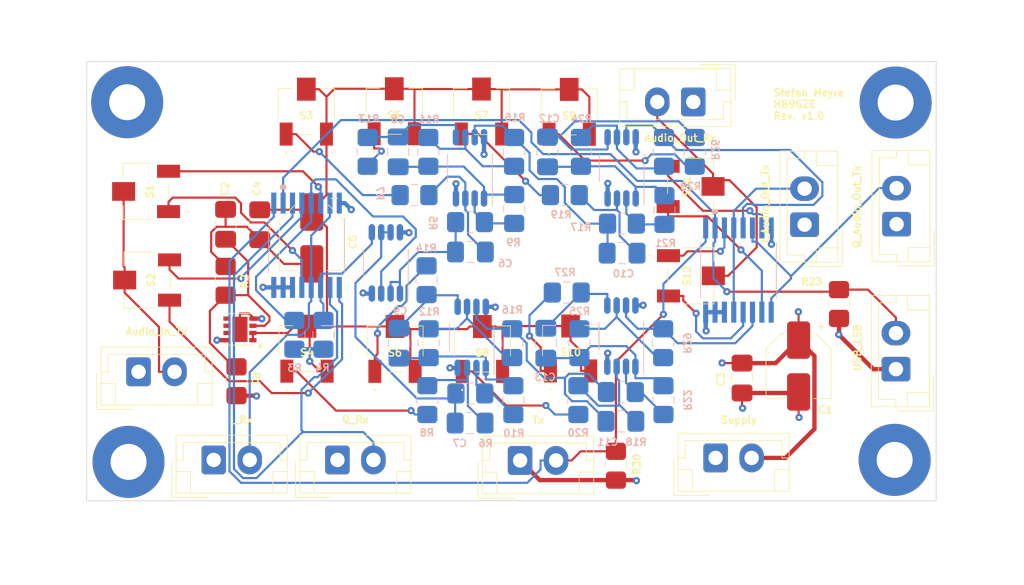
<source format=kicad_pcb>
(kicad_pcb (version 20240108) (generator "pcbnew") (generator_version "8.0")
  (layers (0 "F.Cu" signal) (1 "In1.Cu" power) (2 "In2.Cu" power) (31 "B.Cu" signal) (34 "B.Paste" user) (35 "F.Paste" user) (36 "B.SilkS" user "B.Silkscreen") (37 "F.SilkS" user "F.Silkscreen") (38 "B.Mask" user) (39 "F.Mask" user) (44 "Edge.Cuts" user))
  (net 0 "")
  (net 1 "Net-(Audio_In_Tx1-Pin_2)")
  (net 2 "GND")
  (net 3 "Net-(Audio_Out_Rx1-Pin_2)")
  (net 4 "+5V")
  (net 5 "Net-(U2A-+)")
  (net 6 "Net-(C2-Pad1)")
  (net 7 "/Vref")
  (net 8 "Net-(U1A-IN-)")
  (net 9 "Net-(U4A-IN+)")
  (net 10 "Net-(U5A-IN+)")
  (net 11 "Net-(U1B-IN-)")
  (net 12 "Net-(U4B-IN+)")
  (net 13 "Net-(U4A-OUT)")
  (net 14 "Net-(U5A-OUT)")
  (net 15 "Net-(U5B-IN+)")
  (net 16 "Net-(U6A-IN+)")
  (net 17 "Net-(U4B-OUT)")
  (net 18 "Net-(U7A-IN+)")
  (net 19 "Net-(U5B-OUT)")
  (net 20 "Net-(U6A-OUT)")
  (net 21 "Net-(U6B-IN+)")
  (net 22 "Net-(U7B-IN+)")
  (net 23 "Net-(U7A-OUT)")
  (net 24 "Net-(I_Audio_Out_Tx1-Pin_2)")
  (net 25 "Net-(I_Rx1-Pin_2)")
  (net 26 "Net-(Q_Audio_Out_Tx1-Pin_2)")
  (net 27 "Net-(Q_Rx1-Pin_2)")
  (net 28 "Net-(U1A-IN+)")
  (net 29 "Net-(U1B-IN+)")
  (net 30 "Net-(U4A-IN-)")
  (net 31 "Net-(U5A-IN-)")
  (net 32 "Net-(S1-CCW)")
  (net 33 "Net-(S2-CCW)")
  (net 34 "Net-(U4B-IN-)")
  (net 35 "Net-(U5B-IN-)")
  (net 36 "Net-(S3-CCW)")
  (net 37 "Net-(S4-CCW)")
  (net 38 "Net-(U6A-IN-)")
  (net 39 "Net-(U7A-IN-)")
  (net 40 "Net-(S5-CCW)")
  (net 41 "Net-(S6-CCW)")
  (net 42 "/USB_LSB")
  (net 43 "Net-(U6B-IN-)")
  (net 44 "Net-(U7B-IN-)")
  (net 45 "Net-(S7-CCW)")
  (net 46 "Net-(S8-CCW)")
  (net 47 "Net-(U6B-OUT)")
  (net 48 "Net-(U7B-OUT)")
  (net 49 "/Tx")
  (net 50 "Net-(S9-CCW)")
  (net 51 "Net-(S10-CCW)")
  (net 52 "Net-(S1-CW)")
  (net 53 "Net-(S2-CW)")
  (net 54 "Net-(S11-CCW)")
  (net 55 "Net-(S11-CW)")
  (net 56 "Net-(S12-CW)")
  (net 57 "Net-(S12-CCW)")
  (footprint "Resistor_SMD:R_0805_2012Metric_Pad1.20x1.40mm_HandSolder" (layer "F.Cu") (at 110.4059 72.1966 90)
    (property "Reference" "R1")
    (property "Value" "R" (hide yes))
  )
  (footprint "Capacitor_SMD:C_0805_2012Metric_Pad1.18x1.45mm_HandSolder" (layer "F.Cu") (at 145.5167 71.9764 90)
    (property "Reference" "C3")
    (property "Value" "100nF" (hide yes))
  )
  (footprint "Capacitor_SMD:C_0805_2012Metric_Pad1.18x1.45mm_HandSolder" (layer "F.Cu") (at 109.6489 61.2995 -90)
    (property "Reference" "C2")
    (property "Value" "10nF" (hide yes))
  )
  (footprint "Private:SM3TW103" (layer "F.Cu") (at 133.6101 69.9221)
    (property "Reference" "S10")
    (property "Value" "SM-3TW103" (hide yes))
  )
  (footprint "Private:SM3TW103" (layer "F.Cu") (at 121.4158 69.9519)
    (property "Reference" "S6")
    (property "Value" "SM-3TW103" (hide yes))
  )
  (footprint "Connector_JST:JST_EH_B2B-EH-A_1x02_P2.50mm_Vertical" (layer "F.Cu") (at 130.1016 77.6995)
    (property "Reference" "Tx")
    (property "Value" "Conn_01x02_Socket" (hide yes))
  )
  (footprint "Private:SM3TW103" (layer "F.Cu") (at 141.9684 64.8753 -90)
    (property "Reference" "S12")
    (property "Value" "SM-3TW103" (hide yes))
  )
  (footprint "Resistor_SMD:R_0805_2012Metric_Pad1.20x1.40mm_HandSolder" (layer "F.Cu") (at 109.6509 65.2195 90)
    (property "Reference" "R2")
    (property "Value" "R" (hide yes))
  )
  (footprint "Connector_JST:JST_EH_B2B-EH-A_1x02_P2.50mm_Vertical" (layer "F.Cu") (at 143.6813 77.5236)
    (property "Reference" "Supply")
    (property "Value" "Conn_01x02_Socket" (hide yes))
  )
  (footprint "Connector_JST:JST_EH_B2B-EH-A_1x02_P2.50mm_Vertical" (layer "F.Cu") (at 156.2067 71.358 90)
    (property "Reference" "USB_LSB")
    (property "Value" "Conn_01x02_Socket" (hide yes))
  )
  (footprint "Capacitor_SMD:CP_Elec_4x3.9" (layer "F.Cu") (at 115.633 62.2477 -90)
    (property "Reference" "C5")
    (property "Value" "10uF" (hide yes))
  )
  (footprint "Private:SM3TW103" (layer "F.Cu") (at 115.3018 69.9384)
    (property "Reference" "S4")
    (property "Value" "8x SM-3TW103" (hide yes))
  )
  (footprint "Private:SM3TW103" (layer "F.Cu") (at 127.4223 53.4642)
    (property "Reference" "S7")
    (property "Value" "SM-3TW103" (hide yes))
  )
  (footprint "Resistor_SMD:R_0805_2012Metric_Pad1.20x1.40mm_HandSolder" (layer "F.Cu") (at 152.253 66.8341 90)
    (property "Reference" "R23")
    (property "Value" "10k" (hide yes))
  )
  (footprint "Connector_JST:JST_EH_B2B-EH-A_1x02_P2.50mm_Vertical" (layer "F.Cu") (at 108.8234 77.6642)
    (property "Reference" "I_Rx")
    (property "Value" "Conn_01x02_Socket" (hide yes))
  )
  (footprint "Connector_JST:JST_EH_B2B-EH-A_1x02_P2.50mm_Vertical" (layer "F.Cu") (at 117.416 77.6642)
    (property "Reference" "Q_Rx")
    (property "Value" "Conn_01x02_Socket" (hide yes))
  )
  (footprint "Connector_JST:JST_EH_B2B-EH-A_1x02_P2.50mm_Vertical" (layer "F.Cu") (at 149.86 61.3239 90)
    (property "Reference" "I_Audio_Out_Tx")
    (property "Value" "Conn_01x02_Socket" (hide yes))
  )
  (footprint "Private:SM3TW103" (layer "F.Cu") (at 141.9444 58.6674 -90)
    (property "Reference" "S11")
    (property "Value" "SM-3TW103" (hide yes))
  )
  (footprint "Private:SM3TW103" (layer "F.Cu") (at 115.2549 53.4735)
    (property "Reference" "S3")
    (property "Value" "SM-3TW103" (hide yes))
  )
  (footprint "Connector_JST:JST_EH_B2B-EH-A_1x02_P2.50mm_Vertical" (layer "F.Cu") (at 156.252 61.2884 90)
    (property "Reference" "Q_Audio_Out_Tx")
    (property "Value" "Conn_01x02_Socket" (hide yes))
  )
  (footprint "MountingHole:MountingHole_2.5mm_Pad_TopBottom" (layer "F.Cu") (at 102.8129 52.8186)
    (property "Reference" "H1" (hide yes))
    (property "Value" "MountingHole_Pad" (hide yes))
  )
  (footprint "Capacitor_SMD:CP_Elec_4x3.9" (layer "F.Cu") (at 149.4461 71.141 -90)
    (property "Reference" "C1")
    (property "Value" "100uF" (hide yes))
  )
  (footprint "Private:SM3TW103" (layer "F.Cu") (at 121.3661 53.4462)
    (property "Reference" "S5")
    (property "Value" "SM-3TW103" (hide yes))
  )
  (footprint "Private:SM3TW103" (layer "F.Cu") (at 127.4817 69.955)
    (property "Reference" "S8")
    (property "Value" "SM-3TW103" (hide yes))
  )
  (footprint "Resistor_SMD:R_0805_2012Metric_Pad1.20x1.40mm_HandSolder" (layer "F.Cu") (at 136.7583 78.065 90)
    (property "Reference" "R30")
    (property "Value" "10k" (hide yes))
  )
  (footprint "Private:SM3TW103" (layer "F.Cu") (at 133.5131 53.4884)
    (property "Reference" "S9")
    (property "Value" "SM-3TW103" (hide yes))
  )
  (footprint "Connector_JST:JST_EH_B2B-EH-A_1x02_P2.50mm_Vertical" (layer "F.Cu") (at 103.6013 71.5411)
    (property "Reference" "Audio_In_Tx")
    (property "Value" "Conn_01x02_Socket" (hide yes))
  )
  (footprint "MountingHole:MountingHole_2.5mm_Pad_TopBottom" (layer "F.Cu") (at 156.1846 52.843)
    (property "Reference" "H2" (hide yes))
    (property "Value" "MountingHole_Pad" (hide yes))
  )
  (footprint "Package_DFN_QFN:DFN-8-1EP_2x2mm_P0.5mm_EP1.05x1.75mm" (layer "F.Cu") (at 110.6453 68.5964 180)
    (property "Reference" "U2" (hide yes))
    (property "Value" "LM358_DFN" (hide yes))
  )
  (footprint "Capacitor_SMD:C_0805_2012Metric_Pad1.18x1.45mm_HandSolder" (layer "F.Cu") (at 112.0187 61.3261 90)
    (property "Reference" "C4")
    (property "Value" "10nF" (hide yes))
  )
  (footprint "Connector_JST:JST_EH_B2B-EH-A_1x02_P2.50mm_Vertical" (layer "F.Cu") (at 142.1313 52.7967 180)
    (property "Reference" "Audio_Out_Rx")
    (property "Value" "Conn_01x02_Socket" (hide yes))
  )
  (footprint "Private:SM3TW103" (layer "F.Cu") (at 104.1256 59.0155 90)
    (property "Reference" "S1")
    (property "Value" "SM-3TW103" (hide yes))
  )
  (footprint "Private:SM3TW103" (layer "F.Cu") (at 104.1956 65.1683 90)
    (property "Reference" "S2")
    (property "Value" "SM-3TW103" (hide yes))
  )
  (footprint "MountingHole:MountingHole_2.5mm_Pad_TopBottom" (layer "F.Cu") (at 156.1165 77.6587)
    (property "Reference" "H4" (hide yes))
    (property "Value" "MountingHole_Pad" (hide yes))
  )
  (footprint "MountingHole:MountingHole_2.5mm_Pad_TopBottom" (layer "F.Cu") (at 102.9083 77.7997)
    (property "Reference" "H3" (hide yes))
    (property "Value" "MountingHole_Pad" (hide yes))
  )
  (footprint "Resistor_SMD:R_0805_2012Metric_Pad1.20x1.40mm_HandSolder" (layer "B.Cu") (at 129.5568 69.5559 90)
    (property "Reference" "R16")
    (property "Value" "10k" (hide yes))
  )
  (footprint "Resistor_SMD:R_0805_2012Metric_Pad1.20x1.40mm_HandSolder" (layer "B.Cu") (at 123.6071 65.1816 90)
    (property "Reference" "R14")
    (property "Value" "10k" (hide yes))
  )
  (footprint "Resistor_SMD:R_0805_2012Metric_Pad1.20x1.40mm_HandSolder" (layer "B.Cu") (at 134.3272 56.2679 90)
    (property "Reference" "R24")
    (property "Value" "10k" (hide yes))
  )
  (footprint "Capacitor_SMD:C_0805_2012Metric_Pad1.18x1.45mm_HandSolder" (layer "B.Cu") (at 121.6337 56.2679 90)
    (property "Reference" "C8")
    (property "Value" "10nF" (hide yes))
  )
  (footprint "Resistor_SMD:R_0805_2012Metric_Pad1.20x1.40mm_HandSolder" (layer "B.Cu") (at 129.6337 73.5088 90)
    (property "Reference" "R10")
    (property "Value" "10k" (hide yes))
  )
  (footprint "Resistor_SMD:R_0805_2012Metric_Pad1.20x1.40mm_HandSolder" (layer "B.Cu") (at 140.0392 69.5559 90)
    (property "Reference" "R29")
    (property "Value" "10k" (hide yes))
  )
  (footprint "Private:OPA1678_L" (layer "B.Cu") (at 126.6232 57.3763 90)
    (property "Reference" "U4" (hide yes))
    (property "Value" "OPA1678IDGKT" (hide yes))
  )
  (footprint "Capacitor_SMD:C_0805_2012Metric_Pad1.18x1.45mm_HandSolder" (layer "B.Cu") (at 137.1039 74.9827)
    (property "Reference" "C11")
    (property "Value" "10nF" (hide yes))
  )
  (footprint "Resistor_SMD:R_0805_2012Metric_Pad1.20x1.40mm_HandSolder" (layer "B.Cu") (at 123.7523 69.5559 90)
    (property "Reference" "R12")
    (property "Value" "10k" (hide yes))
  )
  (footprint "Resistor_SMD:R_0805_2012Metric_Pad1.20x1.40mm_HandSolder" (layer "B.Cu") (at 133.2102 59.2684 180)
    (property "Reference" "R19")
    (property "Value" "10k" (hide yes))
  )
  (footprint "Resistor_SMD:R_0805_2012Metric_Pad1.20x1.40mm_HandSolder" (layer "B.Cu") (at 126.6247 61.1465)
    (property "Reference" "R5")
    (property "Value" "10k" (hide yes))
  )
  (footprint "Resistor_SMD:R_0805_2012Metric_Pad1.20x1.40mm_HandSolder" (layer "B.Cu") (at 129.6859 56.2679 90)
    (property "Reference" "R15")
    (property "Value" "10k" (hide yes))
  )
  (footprint "Private:OPA1678_L" (layer "B.Cu") (at 126.7433 69.1523 90)
    (property "Reference" "U5" (hide yes))
    (property "Value" "OPA1678IDGKT" (hide yes))
  )
  (footprint "Private:OPA1678_L" (layer "B.Cu") (at 120.7815 63.9814 90)
    (property "Reference" "U1" (hide yes))
    (property "Value" "5x OPA1678IDGKT" (hide yes))
  )
  (footprint "Resistor_SMD:R_0805_2012Metric_Pad1.20x1.40mm_HandSolder" (layer "B.Cu") (at 140.1278 60.3035 90)
    (property "Reference" "R21")
    (property "Value" "10k" (hide yes))
  )
  (footprint "Private:OPA1678_L" (layer "B.Cu") (at 137.1561 57.3763 90)
    (property "Reference" "U6" (hide yes))
    (property "Value" "OPA1678IDGKT" (hide yes))
  )
  (footprint "Resistor_SMD:R_0805_2012Metric_Pad1.20x1.40mm_HandSolder" (layer "B.Cu") (at 123.6581 73.5088 -90)
    (property "Reference" "R8")
    (property "Value" "10k" (hide yes))
  )
  (footprint "Private:OPA1678_L" (layer "B.Cu") (at 137.1358 69.0614 90)
    (property "Reference" "U7" (hide yes))
    (property "Value" "OPA1678IDGKT" (hide yes))
  )
  (footprint "Private:TSSOP16_5P1X4P5_NEX" (layer "B.Cu") (at 115.2694 62.7535 90)
    (property "Reference" "U3" (hide yes))
    (property "Value" "2x 74HC4052_SNM" (hide yes))
  )
  (footprint "Resistor_SMD:R_0805_2012Metric_Pad1.20x1.40mm_HandSolder" (layer "B.Cu") (at 126.646 73.044)
    (property "Reference" "R6")
    (property "Value" "10k" (hide yes))
  )
  (footprint "Resistor_SMD:R_0805_2012Metric_Pad1.20x1.40mm_HandSolder" (layer "B.Cu") (at 137.1026 72.9479)
    (property "Reference" "R18")
    (property "Value" "10k" (hide yes))
  )
  (footprint "Resistor_SMD:R_0805_2012Metric_Pad1.20x1.40mm_HandSolder" (layer "B.Cu") (at 142.2352 56.2679 -90)
    (property "Reference" "R26")
    (property "Value" "10k" (hide yes))
  )
  (footprint "Resistor_SMD:R_0805_2012Metric_Pad1.20x1.40mm_HandSolder" (layer "B.Cu") (at 119.5152 56.2679 -90)
    (property "Reference" "R13")
    (property "Value" "10k" (hide yes))
  )
  (footprint "Capacitor_SMD:C_0805_2012Metric_Pad1.18x1.45mm_HandSolder" (layer "B.Cu") (at 137.1843 63.3028)
    (property "Reference" "C10")
    (property "Value" "10nF" (hide yes))
  )
  (footprint "Resistor_SMD:R_0805_2012Metric_Pad1.20x1.40mm_HandSolder" (layer "B.Cu") (at 137.178 61.2519)
    (property "Reference" "R17")
    (property "Value" "10k" (hide yes))
  )
  (footprint "Capacitor_SMD:C_0805_2012Metric_Pad1.18x1.45mm_HandSolder" (layer "B.Cu") (at 126.6527 63.222)
    (property "Reference" "C6")
    (property "Value" "10nF" (hide yes))
  )
  (footprint "Resistor_SMD:R_0805_2012Metric_Pad1.20x1.40mm_HandSolder" (layer "B.Cu") (at 140.0981 56.2679 90)
    (property "Reference" "R28")
    (property "Value" "10k" (hide yes))
  )
  (footprint "Resistor_SMD:R_0805_2012Metric_Pad1.20x1.40mm_HandSolder" (layer "B.Cu") (at 122.7677 59.2684 180)
    (property "Reference" "R7")
    (property "Value" "10k" (hide yes))
  )
  (footprint "Capacitor_SMD:C_0805_2012Metric_Pad1.18x1.45mm_HandSolder" (layer "B.Cu") (at 132.0066 56.2679 90)
    (property "Reference" "C12")
    (property "Value" "10nF" (hide yes))
  )
  (footprint "Resistor_SMD:R_0805_2012Metric_Pad1.20x1.40mm_HandSolder" (layer "B.Cu") (at 133.3416 66.0389 180)
    (property "Reference" "R27")
    (property "Value" "10k" (hide yes))
  )
  (footprint "Private:TSSOP16_5P1X4P5_NEX" (layer "B.Cu") (at 145.2679 64.4759 90)
    (property "Reference" "U8" (hide yes))
    (property "Value" "74HC4052_SNM" (hide yes))
  )
  (footprint "Resistor_SMD:R_0805_2012Metric_Pad1.20x1.40mm_HandSolder" (layer "B.Cu") (at 134.2231 69.5559 90)
    (property "Reference" "R25")
    (property "Value" "10k" (hide yes))
  )
  (footprint "Resistor_SMD:R_0805_2012Metric_Pad1.20x1.40mm_HandSolder" (layer "B.Cu") (at 140.0609 73.5088 90)
    (property "Reference" "R22")
    (property "Value" "10k" (hide yes))
  )
  (footprint "Capacitor_SMD:C_0805_2012Metric_Pad1.18x1.45mm_HandSolder" (layer "B.Cu") (at 121.6874 69.5559 90)
    (property "Reference" "C9")
    (property "Value" "10nF" (hide yes))
  )
  (footprint "Resistor_SMD:R_0805_2012Metric_Pad1.20x1.40mm_HandSolder" (layer "B.Cu") (at 134.1472 73.5088 -90)
    (property "Reference" "R20")
    (property "Value" "10k" (hide yes))
  )
  (footprint "Resistor_SMD:R_0805_2012Metric_Pad1.20x1.40mm_HandSolder" (layer "B.Cu") (at 116.4425 68.9742 -90)
    (property "Reference" "R4")
    (property "Value" "10k" (hide yes))
  )
  (footprint "Capacitor_SMD:C_0805_2012Metric_Pad1.18x1.45mm_HandSolder" (layer "B.Cu") (at 131.89 69.5559 90)
    (property "Reference" "C13")
    (property "Value" "10nF" (hide yes))
  )
  (footprint "Capacitor_SMD:C_0805_2012Metric_Pad1.18x1.45mm_HandSolder" (layer "B.Cu") (at 126.6293 75.1012)
    (property "Reference" "C7")
    (property "Value" "10nF" (hide yes))
  )
  (footprint "Resistor_SMD:R_0805_2012Metric_Pad1.20x1.40mm_HandSolder" (layer "B.Cu") (at 123.7285 56.2679 90)
    (property "Reference" "R11")
    (property "Value" "10k" (hide yes))
  )
  (footprint "Resistor_SMD:R_0805_2012Metric_Pad1.20x1.40mm_HandSolder" (layer "B.Cu") (at 129.6923 60.2355 90)
    (property "Reference" "R9")
    (property "Value" "10k" (hide yes))
  )
  (footprint "Resistor_SMD:R_0805_2012Metric_Pad1.20x1.40mm_HandSolder" (layer "B.Cu") (at 114.4232 68.9745 -90)
    (property "Reference" "R3")
    (property "Value" "10k" (hide yes))
  )
  (gr_rect (start 100 50) (end 159 80.5) (stroke (width 0.05)) (fill none) (layer "Edge.Cuts"))
  (gr_text "Stefan Meyre\nHB9GZE\nRev. v1.0" (at 147.648977 54.060016 0) (layer "F.SilkS") (effects (font (size 0.5 0.5) (thickness 0.1) (bold yes)) (justify left bottom)))
  (segment (start 102.5656 64.2216) (end 102.6356 64.2916) (width 0.15) (layer "F.Cu") (net 1))
  (segment (start 105.0246 71.5411) (end 105.0246 68.434) (width 0.15) (layer "F.Cu") (net 1))
  (segment (start 102.6356 65.1683) (end 102.6356 64.2916) (width 0.15) (layer "F.Cu") (net 1))
  (segment (start 102.5656 59.0155) (end 102.5656 64.2216) (width 0.15) (layer "F.Cu") (net 1))
  (segment (start 105.0246 68.434) (end 102.6356 66.045) (width 0.15) (layer "F.Cu") (net 1))
  (segment (start 106.1013 71.5411) (end 105.0246 71.5411) (width 0.15) (layer "F.Cu") (net 1))
  (segment (start 102.6356 65.1683) (end 102.6356 66.045) (width 0.15) (layer "F.Cu") (net 1))
  (segment (start 136.7583 79.065) (end 131.4671 79.065) (width 0.3) (layer "F.Cu") (net 2))
  (segment (start 149.4461 72.941) (end 149.446 72.941) (width 0.15) (layer "F.Cu") (net 2))
  (segment (start 145.5167 73.0139) (end 145.5167 74.032142) (width 0.15) (layer "F.Cu") (net 2))
  (segment (start 149.373 73.0139) (end 149.446 72.941) (width 0.3) (layer "F.Cu") (net 2))
  (segment (start 136.7583 79.065) (end 138.145464 79.065) (width 0.3) (layer "F.Cu") (net 2))
  (segment (start 152.253 68.9319) (end 152.231 68.9535) (width 0.3) (layer "F.Cu") (net 2))
  (segment (start 111.2813 67.4947) (end 110.6453 67.4947) (width 0.15) (layer "F.Cu") (net 2))
  (segment (start 152.231 68.9535) (end 154.6355 71.358) (width 0.3) (layer "F.Cu") (net 2))
  (segment (start 145.517 73.0139) (end 149.373 73.0139) (width 0.3) (layer "F.Cu") (net 2))
  (segment (start 149.4461 72.941) (end 149.4461 74.682029) (width 0.15) (layer "F.Cu") (net 2))
  (segment (start 152.253 67.8341) (end 152.253 68.9319) (width 0.3) (layer "F.Cu") (net 2))
  (segment (start 110.6453 68.5964) (end 110.6453 67.4947) (width 0.15) (layer "F.Cu") (net 2))
  (segment (start 112.155 67.8464) (end 112.166 67.8575) (width 0.3) (layer "F.Cu") (net 2))
  (segment (start 131.4671 79.065) (end 130.1016 77.6995) (width 0.3) (layer "F.Cu") (net 2))
  (segment (start 138.145464 79.065) (end 138.181913 79.101449) (width 0.3) (layer "F.Cu") (net 2))
  (segment (start 111.5453 67.8464) (end 112.155 67.8464) (width 0.3) (layer "F.Cu") (net 2))
  (segment (start 111.545 67.8464) (end 111.5453 67.8464) (width 0.3) (layer "F.Cu") (net 2))
  (segment (start 149.4461 74.682029) (end 149.47617 74.712099) (width 0.15) (layer "F.Cu") (net 2))
  (segment (start 111.545 67.8464) (end 111.545 67.7584) (width 0.15) (layer "F.Cu") (net 2))
  (segment (start 111.545 67.7584) (end 111.2813 67.4947) (width 0.15) (layer "F.Cu") (net 2))
  (segment (start 154.6355 71.358) (end 156.2067 71.358) (width 0.3) (layer "F.Cu") (net 2))
  (segment (start 145.5167 73.0139) (end 145.517 73.0139) (width 0.15) (layer "F.Cu") (net 2))
  (segment (start 145.5167 74.032142) (end 145.551799 74.067241) (width 0.15) (layer "F.Cu") (net 2))
  (via (at 125.65 58.4839) (size 0.5) (drill 0.2) (layers "F.Cu" "B.Cu") (net 2))
  (via (at 119.196 66.0663) (size 0.5) (drill 0.2) (layers "F.Cu" "B.Cu") (net 2))
  (via (at 145.551799 74.067241) (size 0.5) (drill 0.2) (layers "F.Cu" "B.Cu") (net 2))
  (via (at 138.181913 79.101449) (size 0.5) (drill 0.2) (layers "F.Cu" "B.Cu") (net 2))
  (via (at 112.166 67.8575) (size 0.5) (drill 0.2) (layers "F.Cu" "B.Cu") (net 2))
  (via (at 112.246 65.6728) (size 0.5) (drill 0.2) (layers "F.Cu" "B.Cu") (net 2))
  (via (at 143.024 68.7045) (size 0.5) (drill 0.2) (layers "F.Cu" "B.Cu") (net 2))
  (via (at 149.47617 74.712099) (size 0.5) (drill 0.2) (layers "F.Cu" "B.Cu") (net 2))
  (via (at 136.196 58.4568) (size 0.5) (drill 0.2) (layers "F.Cu" "B.Cu") (net 2))
  (via (at 136.185 70.2467) (size 0.5) (drill 0.2) (layers "F.Cu" "B.Cu") (net 2))
  (via (at 152.231 68.9535) (size 0.5) (drill 0.2) (layers "F.Cu" "B.Cu") (net 2))
  (via (at 125.232 71.2689) (size 0.5) (drill 0.2) (layers "F.Cu" "B.Cu") (net 2))
  (segment (start 142.993 68.0381) (end 142.993 67.4033) (width 0.3) (layer "B.Cu") (net 2))
  (segment (start 125.768 71.2773) (end 125.24 71.2773) (width 0.3) (layer "B.Cu") (net 2))
  (segment (start 113.6443 65.6809) (end 113.6444 65.6808) (width 0.15) (layer "B.Cu") (net 2))
  (segment (start 142.9929 68.038) (end 142.9929 67.4032) (width 0.15) (layer "B.Cu") (net 2))
  (segment (start 136.161 70.2708) (end 136.185 70.2467) (width 0.3) (layer "B.Cu") (net 2))
  (segment (start 136.161 71.1864) (end 136.161 70.7286) (width 0.3) (layer "B.Cu") (net 2))
  (segment (start 136.181 58.9862) (end 136.181 58.4712) (width 0.3) (layer "B.Cu") (net 2))
  (segment (start 114.294 65.6809) (end 113.6443 65.6809) (width 0.3) (layer "B.Cu") (net 2))
  (segment (start 125.648 58.4859) (end 125.65 58.4839) (width 0.3) (layer "B.Cu") (net 2))
  (segment (start 136.181 58.4712) (end 136.196 58.4568) (width 0.3) (layer "B.Cu") (net 2))
  (segment (start 119.236 66.1064) (end 119.196 66.0663) (width 0.3) (layer "B.Cu") (net 2))
  (segment (start 114.294 65.6809) (end 114.2943 65.6809) (width 0.15) (layer "B.Cu") (net 2))
  (segment (start 136.181 59.5013) (end 136.181 58.9862) (width 0.3) (layer "B.Cu") (net 2))
  (segment (start 142.993 67.4033) (end 143.6429 67.4033) (width 0.3) (layer "B.Cu") (net 2))
  (segment (start 136.181 58.9862) (end 136.1811 58.9863) (width 0.15) (layer "B.Cu") (net 2))
  (segment (start 114.2943 65.6809) (end 114.2944 65.6808) (width 0.15) (layer "B.Cu") (net 2))
  (segment (start 112.9943 65.6809) (end 112.254 65.6809) (width 0.3) (layer "B.Cu") (net 2))
  (segment (start 113.6443 65.6809) (end 112.9943 65.6809) (width 0.3) (layer "B.Cu") (net 2))
  (segment (start 136.161 70.7286) (end 136.1608 70.7288) (width 0.15) (layer "B.Cu") (net 2))
  (segment (start 143.024 68.7045) (end 142.993 68.673) (width 0.3) (layer "B.Cu") (net 2))
  (segment (start 143.6429 67.4033) (end 143.6429 67.4032) (width 0.15) (layer "B.Cu") (net 2))
  (segment (start 112.9943 65.6809) (end 112.9944 65.6808) (width 0.15) (layer "B.Cu") (net 2))
  (segment (start 136.1608 70.7288) (end 136.1608 71.1864) (width 0.15) (layer "B.Cu") (net 2))
  (segment (start 125.768 71.2773) (end 125.7683 71.2773) (width 0.15) (layer "B.Cu") (net 2))
  (segment (start 125.648 59.5013) (end 125.648 58.9936) (width 0.3) (layer "B.Cu") (net 2))
  (segment (start 112.254 65.6809) (end 112.246 65.6728) (width 0.3) (layer "B.Cu") (net 2))
  (segment (start 125.6482 58.9938) (end 125.6482 59.5013) (width 0.15) (layer "B.Cu") (net 2))
  (segment (start 125.648 58.9936) (end 125.648 58.4859) (width 0.3) (layer "B.Cu") (net 2))
  (segment (start 119.806 66.1064) (end 119.8065 66.1064) (width 0.15) (layer "B.Cu") (net 2))
  (segment (start 143.6429 67.4033) (end 144.2928 67.4033) (width 0.3) (layer "B.Cu") (net 2))
  (segment (start 144.2928 67.4033) (end 144.293 67.4033) (width 0.3) (layer "B.Cu") (net 2))
  (segment (start 142.993 68.0381) (end 142.9929 68.038) (width 0.15) (layer "B.Cu") (net 2))
  (segment (start 125.648 58.9936) (end 125.6482 58.9938) (width 0.15) (layer "B.Cu") (net 2))
  (segment (start 142.993 68.673) (end 142.993 68.0381) (width 0.3) (layer "B.Cu") (net 2))
  (segment (start 136.161 70.7286) (end 136.161 70.2708) (width 0.3) (layer "B.Cu") (net 2))
  (segment (start 119.806 66.1064) (end 119.236 66.1064) (width 0.3) (layer "B.Cu") (net 2))
  (segment (start 125.24 71.2773) (end 125.232 71.2689) (width 0.3) (layer "B.Cu") (net 2))
  (segment (start 144.2928 67.4033) (end 144.2929 67.4032) (width 0.15) (layer "B.Cu") (net 2))
  (segment (start 136.1811 58.9863) (end 136.1811 59.5013) (width 0.15) (layer "B.Cu") (net 2))
  (segment (start 144.6373 58.229) (end 143.5044 58.229) (width 0.15) (layer "F.Cu") (net 3))
  (segment (start 143.5044 57.7907) (end 139.7371 54.0234) (width 0.15) (layer "F.Cu") (net 3))
  (segment (start 146.5343 62.8961) (end 146.5343 60.126) (width 0.15) (layer "F.Cu") (net 3))
  (segment (start 139.7371 54.0234) (end 139.6313 54.0234) (width 0.15) (layer "F.Cu") (net 3))
  (segment (start 146.5343 60.126) (end 144.6373 58.229) (width 0.15) (layer "F.Cu") (net 3))
  (segment (start 143.5284 64.8753) (end 144.5551 64.8753) (width 0.15) (layer "F.Cu") (net 3))
  (segment (start 143.5044 58.229) (end 143.5044 57.7907) (width 0.15) (layer "F.Cu") (net 3))
  (segment (start 139.6313 52.7967) (end 139.6313 54.0234) (width 0.15) (layer "F.Cu") (net 3))
  (segment (start 143.5044 58.6674) (end 143.5044 58.229) (width 0.15) (layer "F.Cu") (net 3))
  (segment (start 144.5551 64.8753) (end 146.5343 62.8961) (width 0.15) (layer "F.Cu") (net 3))
  (segment (start 146.1813 77.5236) (end 146.181 77.5236) (width 0.3) (layer "F.Cu") (net 4))
  (segment (start 148.536 77.5236) (end 146.1813 77.5236) (width 0.3) (layer "F.Cu") (net 4))
  (segment (start 111.769045 73.1966) (end 111.7984 73.225955) (width 0.3) (layer "F.Cu") (net 4))
  (segment (start 145.5167 70.9389) (end 144.143633 70.9389) (width 0.15) (layer "F.Cu") (net 4))
  (segment (start 145.517 70.9389) (end 145.5167 70.9389) (width 0.15) (layer "F.Cu") (net 4))
  (segment (start 145.517 70.9389) (end 147.848 70.9389) (width 0.3) (layer "F.Cu") (net 4))
  (segment (start 110.4059 73.1966) (end 111.769045 73.1966) (width 0.3) (layer "F.Cu") (net 4))
  (segment (start 109.745 69.3464) (end 109.7453 69.3464) (width 0.15) (layer "F.Cu") (net 4))
  (segment (start 147.848 70.9389) (end 149.446 69.341) (width 0.3) (layer "F.Cu") (net 4))
  (segment (start 149.446 69.341) (end 149.4461 69.3411) (width 0.3) (layer "F.Cu") (net 4))
  (segment (start 149.4461 69.3411) (end 149.4461 69.341) (width 0.15) (layer "F.Cu") (net 4))
  (segment (start 144.143633 70.9389) (end 144.132728 70.927995) (width 0.15) (layer "F.Cu") (net 4))
  (segment (start 150.546 75.5139) (end 148.536 77.5236) (width 0.3) (layer "F.Cu") (net 4))
  (segment (start 149.4461 69.341) (end 149.4461 67.389969) (width 0.15) (layer "F.Cu") (net 4))
  (segment (start 149.4461 67.389969) (end 149.432047 67.375916) (width 0.15) (layer "F.Cu") (net 4))
  (segment (start 109.045 69.3464) (end 109.044 69.3461) (width 0.3) (layer "F.Cu") (net 4))
  (segment (start 109.745 69.3464) (end 109.045 69.3464) (width 0.3) (layer "F.Cu") (net 4))
  (segment (start 149.4461 69.3411) (end 150.546 70.441) (width 0.3) (layer "F.Cu") (net 4))
  (segment (start 150.546 70.441) (end 150.546 75.5139) (width 0.3) (layer "F.Cu") (net 4))
  (via (at 147.559 62.6854) (size 0.5) (drill 0.2) (layers "F.Cu" "B.Cu") (net 4))
  (via (at 111.7984 73.225955) (size 0.5) (drill 0.2) (layers "F.Cu" "B.Cu") (net 4))
  (via (at 127.599 56.4441) (size 0.5) (drill 0.2) (layers "F.Cu" "B.Cu") (net 4))
  (via (at 138.151 56.2753) (size 0.5) (drill 0.2) (layers "F.Cu" "B.Cu") (net 4))
  (via (at 144.132728 70.927995) (size 0.5) (drill 0.2) (layers "F.Cu" "B.Cu") (net 4))
  (via (at 128.377 67.0514) (size 0.5) (drill 0.2) (layers "F.Cu" "B.Cu") (net 4))
  (via (at 138.649 66.9204) (size 0.5) (drill 0.2) (layers "F.Cu" "B.Cu") (net 4))
  (via (at 149.432047 67.375916) (size 0.5) (drill 0.2) (layers "F.Cu" "B.Cu") (net 4))
  (via (at 109.044 69.3461) (size 0.5) (drill 0.2) (layers "F.Cu" "B.Cu") (net 4))
  (via (at 122.384 61.8805) (size 0.5) (drill 0.2) (layers "F.Cu" "B.Cu") (net 4))
  (via (at 118.376699 60.278069) (size 0.5) (drill 0.2) (layers "F.Cu" "B.Cu") (net 4))
  (segment (start 121.756 61.8564) (end 121.7565 61.8564) (width 0.3) (layer "B.Cu") (net 4))
  (segment (start 138.633 66.9364) (end 138.649 66.9204) (width 0.3) (layer "B.Cu") (net 4))
  (segment (start 122.359 61.8564) (end 122.384 61.8805) (width 0.3) (layer "B.Cu") (net 4))
  (segment (start 117.544399 59.82615) (end 117.92478 59.82615) (width 0.3) (layer "B.Cu") (net 4))
  (segment (start 127.598 55.2513) (end 127.598 55.8473) (width 0.3) (layer "B.Cu") (net 4))
  (segment (start 147.543 62.109) (end 147.543 62.6695) (width 0.3) (layer "B.Cu") (net 4))
  (segment (start 127.7183 67.0273) (end 128.353 67.0273) (width 0.3) (layer "B.Cu") (net 4))
  (segment (start 138.111 66.9364) (end 138.1108 66.9364) (width 0.15) (layer "B.Cu") (net 4))
  (segment (start 121.7565 61.8564) (end 122.359 61.8564) (width 0.3) (layer "B.Cu") (net 4))
  (segment (start 127.598 56.4434) (end 127.599 56.4441) (width 0.3) (layer "B.Cu") (net 4))
  (segment (start 117.92478 59.82615) (end 118.376699 60.278069) (width 0.3) (layer "B.Cu") (net 4))
  (segment (start 147.5429 62.1089) (end 147.5429 61.5485) (width 0.15) (layer "B.Cu") (net 4))
  (segment (start 127.718 67.0273) (end 127.7183 67.0273) (width 0.3) (layer "B.Cu") (net 4))
  (segment (start 138.131 56.2552) (end 138.151 56.2753) (width 0.3) (layer "B.Cu") (net 4))
  (segment (start 147.543 62.109) (end 147.5429 62.1089) (width 0.15) (layer "B.Cu") (net 4))
  (segment (start 138.131 55.7532) (end 138.1311 55.7531) (width 0.15) (layer "B.Cu") (net 4))
  (segment (start 138.131 55.7532) (end 138.131 56.2552) (width 0.3) (layer "B.Cu") (net 4))
  (segment (start 138.131 55.2513) (end 138.131 55.7532) (width 0.3) (layer "B.Cu") (net 4))
  (segment (start 128.353 67.0273) (end 128.377 67.0514) (width 0.3) (layer "B.Cu") (net 4))
  (segment (start 127.5982 55.8471) (end 127.5982 55.2513) (width 0.15) (layer "B.Cu") (net 4))
  (segment (start 147.543 61.5486) (end 147.543 62.109) (width 0.3) (layer "B.Cu") (net 4))
  (segment (start 147.543 62.6695) (end 147.559 62.6854) (width 0.3) (layer "B.Cu") (net 4))
  (segment (start 138.111 66.9364) (end 138.633 66.9364) (width 0.3) (layer "B.Cu") (net 4))
  (segment (start 127.598 55.8473) (end 127.5982 55.8471) (width 0.15) (layer "B.Cu") (net 4))
  (segment (start 127.598 55.8473) (end 127.598 56.4434) (width 0.3) (layer "B.Cu") (net 4))
  (segment (start 138.1311 55.7531) (end 138.1311 55.2513) (width 0.15) (layer "B.Cu") (net 4))
  (segment (start 109.6489 62.337) (end 111.2161 63.9042) (width 0.15) (layer "F.Cu") (net 5))
  (segment (start 110.2203 71.1966) (end 110.4059 71.1966) (width 0.15) (layer "F.Cu") (net 5))
  (segment (start 111.2161 66.2195) (end 109.6509 66.2195) (width 0.15) (layer "F.Cu") (net 5))
  (segment (start 111.5453 68.3464) (end 112.3594 68.3464) (width 0.15) (layer "F.Cu") (net 5))
  (segment (start 108.5584 69.5347) (end 110.2203 71.1966) (width 0.15) (layer "F.Cu") (net 5))
  (segment (start 112.6926 67.696) (end 111.2161 66.2195) (width 0.15) (layer "F.Cu") (net 5))
  (segment (start 112.3594 68.3464) (end 112.6926 68.0132) (width 0.15) (layer "F.Cu") (net 5))
  (segment (start 108.5584 67.312) (end 108.5584 69.5347) (width 0.15) (layer "F.Cu") (net 5))
  (segment (start 112.6926 68.0132) (end 112.6926 67.696) (width 0.15) (layer "F.Cu") (net 5))
  (segment (start 111.2161 63.9042) (end 111.2161 66.2195) (width 0.15) (layer "F.Cu") (net 5))
  (segment (start 109.6509 66.2195) (end 108.5584 67.312) (width 0.15) (layer "F.Cu") (net 5))
  (segment (start 109.6489 61.471) (end 109.6489 60.262) (width 0.15) (layer "F.Cu") (net 6))
  (segment (start 109.6489 61.471) (end 109.0217 61.471) (width 0.15) (layer "F.Cu") (net 6))
  (segment (start 108.6454 63.214) (end 109.6509 64.2195) (width 0.15) (layer "F.Cu") (net 6))
  (segment (start 111.1261 61.471) (end 112.0187 62.3636) (width 0.15) (layer "F.Cu") (net 6))
  (segment (start 109.6489 61.471) (end 111.1261 61.471) (width 0.15) (layer "F.Cu") (net 6))
  (segment (start 109.0217 61.471) (end 108.6454 61.8473) (width 0.15) (layer "F.Cu") (net 6))
  (segment (start 108.6454 61.8473) (end 108.6454 63.214) (width 0.15) (layer "F.Cu") (net 6))
  (segment (start 112.0187 62.3636) (end 113.7028 64.0477) (width 0.15) (layer "F.Cu") (net 6))
  (segment (start 113.7028 64.0477) (end 115.633 64.0477) (width 0.15) (layer "F.Cu") (net 6))
  (segment (start 126.9848 51.9042) (end 126.5456 51.9042) (width 0.15) (layer "F.Cu") (net 7))
  (segment (start 116.7012 68.3919) (end 120.5391 68.3919) (width 0.15) (layer "F.Cu") (net 7))
  (segment (start 133.5131 51.9284) (end 134.3898 51.9284) (width 0.15) (layer "F.Cu") (net 7))
  (segment (start 128.8817 71.515) (end 128.8817 70.4883) (width 0.15) (layer "F.Cu") (net 7))
  (segment (start 122.7661 51.9042) (end 126.5456 51.9042) (width 0.15) (layer "F.Cu") (net 7))
  (segment (start 121.4158 68.3919) (end 120.5391 68.3919) (width 0.15) (layer "F.Cu") (net 7))
  (segment (start 126.9848 51.9042) (end 127.4223 51.9042) (width 0.15) (layer "F.Cu") (net 7))
  (segment (start 122.8158 71.5119) (end 122.4775 71.5119) (width 0.15) (layer "F.Cu") (net 7))
  (segment (start 115.633 60.2886) (end 115.633 60.4477) (width 0.15) (layer "F.Cu") (net 7))
  (segment (start 128.8817 68.395) (end 128.3584 68.395) (width 0.15) (layer "F.Cu") (net 7))
  (segment (start 115.633 60.2886) (end 112.0187 60.2886) (width 0.15) (layer "F.Cu") (net 7))
  (segment (start 122.4775 71.5119) (end 122.4775 68.5769) (width 0.15) (layer "F.Cu") (net 7))
  (segment (start 115.2549 51.9135) (end 116.1316 51.9135) (width 0.15) (layer "F.Cu") (net 7))
  (segment (start 116.6549 55.0335) (end 116.6549 56.0602) (width 0.15) (layer "F.Cu") (net 7))
  (segment (start 115.633 60.4477) (end 116.6877 61.5024) (width 0.15) (layer "F.Cu") (net 7))
  (segment (start 117.2055 51.8862) (end 121.3661 51.8862) (width 0.15) (layer "F.Cu") (net 7))
  (segment (start 111.5453 68.8464) (end 113.9571 68.8464) (width 0.15) (layer "F.Cu") (net 7))
  (segment (start 121.4158 68.3919) (end 122.2925 68.3919) (width 0.15) (layer "F.Cu") (net 7))
  (segment (start 122.4775 68.5769) (end 122.2925 68.3919) (width 0.15) (layer "F.Cu") (net 7))
  (segment (start 134.9131 52.4517) (end 134.3898 51.9284) (width 0.15) (layer "F.Cu") (net 7))
  (segment (start 115.4881 70.8092) (end 116.0251 71.3462) (width 0.15) (layer "F.Cu") (net 7))
  (segment (start 115.3018 68.3784) (end 115.6173 68.3784) (width 0.15) (layer "F.Cu") (net 7))
  (segment (start 116.6549 59.2667) (end 116.6549 56.0602) (width 0.15) (layer "F.Cu") (net 7))
  (segment (start 128.8223 51.9284) (end 128.8223 55.0242) (width 0.15) (layer "F.Cu") (net 7))
  (segment (start 121.3661 51.8862) (end 122.7481 51.8862) (width 0.15) (layer "F.Cu") (net 7))
  (segment (start 135.0101 71.4821) (end 134.3334 71.4821) (width 0.15) (layer "F.Cu") (net 7))
  (segment (start 115.9328 68.3784) (end 116.6877 68.3784) (width 0.15) (layer "F.Cu") (net 7))
  (segment (start 122.7661 51.9042) (end 122.7661 55.0062) (width 0.15) (layer "F.Cu") (net 7))
  (segment (start 134.3334 71.4821) (end 134.3334 70.1121) (width 0.15) (layer "F.Cu") (net 7))
  (segment (start 127.4223 51.9042) (end 128.7981 51.9042) (width 0.15) (layer "F.Cu") (net 7))
  (segment (start 115.4881 68.5076) (end 115.4881 70.8092) (width 0.15) (layer "F.Cu") (net 7))
  (segment (start 128.8223 51.9284) (end 132.6364 51.9284) (width 0.15) (layer "F.Cu") (net 7))
  (segment (start 122.4775 68.5769) (end 126.4231 68.5769) (width 0.15) (layer "F.Cu") (net 7))
  (segment (start 116.7018 71.4984) (end 116.0251 71.4984) (width 0.15) (layer "F.Cu") (net 7))
  (segment (start 115.6173 68.3784) (end 115.4881 68.5076) (width 0.15) (layer "F.Cu") (net 7))
  (segment (start 128.8817 68.395) (end 128.8817 70.4883) (width 0.15) (layer "F.Cu") (net 7))
  (segment (start 133.5131 51.9284) (end 132.6364 51.9284) (width 0.15) (layer "F.Cu") (net 7))
  (segment (start 116.6549 52.4368) (end 117.2055 51.8862) (width 0.15) (layer "F.Cu") (net 7))
  (segment (start 128.7981 51.9042) (end 128.8223 51.9284) (width 0.15) (layer "F.Cu") (net 7))
  (segment (start 116.0251 71.3462) (end 116.0251 71.4984) (width 0.15) (layer "F.Cu") (net 7))
  (segment (start 116.6877 61.5024) (end 116.6877 68.3784) (width 0.15) (layer "F.Cu") (net 7))
  (segment (start 113.9571 68.8464) (end 114.4251 68.3784) (width 0.15) (layer "F.Cu") (net 7))
  (segment (start 116.6549 52.4368) (end 116.1316 51.9135) (width 0.15) (layer "F.Cu") (net 7))
  (segment (start 115.633 60.2886) (end 116.6549 59.2667) (width 0.15) (layer "F.Cu") (net 7))
  (segment (start 116.6549 55.0335) (end 116.6549 52.4368) (width 0.15) (layer "F.Cu") (net 7))
  (segment (start 134.3334 70.1121) (end 133.6101 69.3888) (width 0.15) (layer "F.Cu") (net 7))
  (segment (start 126.4231 68.5769) (end 126.605 68.395) (width 0.15) (layer "F.Cu") (net 7))
  (segment (start 134.9131 55.0484) (end 134.9131 52.4517) (width 0.15) (layer "F.Cu") (net 7))
  (segment (start 128.9146 68.3621) (end 128.8817 68.395) (width 0.15) (layer "F.Cu") (net 7))
  (segment (start 116.6877 68.3784) (end 116.7012 68.3919) (width 0.15) (layer "F.Cu") (net 7))
  (segment (start 115.3018 68.3784) (end 114.4251 68.3784) (width 0.15) (layer "F.Cu") (net 7))
  (segment (start 133.6101 68.3621) (end 133.6101 69.3888) (width 0.15) (layer "F.Cu") (net 7))
  (segment (start 127.4817 68.395) (end 128.3584 68.395) (width 0.15) (layer "F.Cu") (net 7))
  (segment (start 127.4817 68.395) (end 126.605 68.395) (width 0.15) (layer "F.Cu") (net 7))
  (segment (start 115.6173 68.3784) (end 115.9328 68.3784) (width 0.15) (layer "F.Cu") (net 7))
  (segment (start 111.5453 69.3464) (end 111.5453 68.8464) (width 0.15) (layer "F.Cu") (net 7))
  (segment (start 122.7481 51.8862) (end 122.7661 51.9042) (width 0.15) (layer "F.Cu") (net 7))
  (segment (start 133.6101 68.3621) (end 128.9146 68.3621) (width 0.15) (layer "F.Cu") (net 7))
  (via (at 115.4881 70.8092) (size 0.5) (drill 0.2) (layers "F.Cu" "B.Cu") (net 7))
  (segment (start 114.423 69.9745) (end 114.4232 69.9745) (width 0.3) (layer "B.Cu") (net 7))
  (segment (start 116.442 69.9743) (end 116.4424 69.9743) (width 0.15) (layer "B.Cu") (net 7))
  (segment (start 115.4881 70.0897) (end 115.4881 70.8092) (width 0.15) (layer "B.Cu") (net 7))
  (segment (start 116.4424 69.9743) (end 116.4425 69.9742) (width 0.15) (layer "B.Cu") (net 7))
  (segment (start 116.442 69.9745) (end 116.442 69.9743) (width 0.3) (layer "B.Cu") (net 7))
  (segment (start 114.4232 69.9745) (end 115.6033 69.9745) (width 0.3) (layer "B.Cu") (net 7))
  (segment (start 116.442 69.9743) (end 116.442 69.9742) (width 0.3) (layer "B.Cu") (net 7))
  (segment (start 115.6033 69.9745) (end 116.442 69.9745) (width 0.3) (layer "B.Cu") (net 7))
  (segment (start 115.6033 69.9745) (end 115.4881 70.0897) (width 0.15) (layer "B.Cu") (net 7))
  (segment (start 125.6247 63.2125) (end 125.6152 63.222) (width 0.15) (layer "B.Cu") (net 8))
  (segment (start 125.6247 61.1465) (end 125.6247 63.2125) (width 0.15) (layer "B.Cu") (net 8))
  (segment (start 121.1065 66.1064) (end 121.1065 65.3047) (width 0.15) (layer "B.Cu") (net 8))
  (segment (start 121.7565 66.1064) (end 121.7565 65.3047) (width 0.15) (layer "B.Cu") (net 8))
  (segment (start 121.7565 64.4945) (end 121.7565 65.3047) (width 0.15) (layer "B.Cu") (net 8))
  (segment (start 125.6152 63.222) (end 123.029 63.222) (width 0.15) (layer "B.Cu") (net 8))
  (segment (start 121.1065 65.3047) (end 121.7565 65.3047) (width 0.15) (layer "B.Cu") (net 8))
  (segment (start 123.029 63.222) (end 121.7565 64.4945) (width 0.15) (layer "B.Cu") (net 8))
  (segment (start 127.6902 63.222) (end 126.4854 62.0172) (width 0.15) (layer "B.Cu") (net 9))
  (segment (start 125.8847 57.9943) (end 126.2982 58.4078) (width 0.15) (layer "B.Cu") (net 9))
  (segment (start 123.7677 59.2684) (end 125.0418 57.9943) (width 0.15) (layer "B.Cu") (net 9))
  (segment (start 125.0418 57.9943) (end 125.8847 57.9943) (width 0.15) (layer "B.Cu") (net 9))
  (segment (start 126.2982 59.5013) (end 126.2982 60.303) (width 0.15) (layer "B.Cu") (net 9))
  (segment (start 126.2982 58.4078) (end 126.2982 59.5013) (width 0.15) (layer "B.Cu") (net 9))
  (segment (start 126.4854 62.0172) (end 126.4854 60.4902) (width 0.15) (layer "B.Cu") (net 9))
  (segment (start 126.4854 60.4902) (end 126.2982 60.303) (width 0.15) (layer "B.Cu") (net 9))
  (segment (start 126.4737 72.1717) (end 126.4183 72.1163) (width 0.15) (layer "B.Cu") (net 10))
  (segment (start 124.0506 72.1163) (end 123.6581 72.5088) (width 0.15) (layer "B.Cu") (net 10))
  (segment (start 126.4183 72.1163) (end 126.4183 72.079) (width 0.15) (layer "B.Cu") (net 10))
  (segment (start 126.4183 71.2773) (end 126.4183 72.079) (width 0.15) (layer "B.Cu") (net 10))
  (segment (start 126.4183 72.1163) (end 124.0506 72.1163) (width 0.15) (layer "B.Cu") (net 10))
  (segment (start 126.4737 73.9081) (end 126.4737 72.1717) (width 0.15) (layer "B.Cu") (net 10))
  (segment (start 127.6668 75.1012) (end 126.4737 73.9081) (width 0.15) (layer "B.Cu") (net 10))
  (segment (start 118.6685 69.1252) (end 122.9359 73.3926) (width 0.15) (layer "B.Cu") (net 11))
  (segment (start 125.646 73.044) (end 125.646 73.3384) (width 0.15) (layer "B.Cu") (net 11))
  (segment (start 122.9359 73.3926) (end 125.5918 73.3926) (width 0.15) (layer "B.Cu") (net 11))
  (segment (start 121.1065 61.8564) (end 120.4565 61.8564) (width 0.15) (layer "B.Cu") (net 11))
  (segment (start 125.646 73.3384) (end 125.5918 73.3926) (width 0.15) (layer "B.Cu") (net 11))
  (segment (start 118.6685 65.3774) (end 118.6685 69.1252) (width 0.15) (layer "B.Cu") (net 11))
  (segment (start 120.4565 63.5894) (end 118.6685 65.3774) (width 0.15) (layer "B.Cu") (net 11))
  (segment (start 120.4565 61.8564) (end 120.4565 63.5894) (width 0.15) (layer "B.Cu") (net 11))
  (segment (start 125.5918 73.3926) (end 125.5918 75.1012) (width 0.15) (layer "B.Cu") (net 11))
  (segment (start 122.4614 54.4027) (end 125.6013 54.4027) (width 0.15) (layer "B.Cu") (net 12))
  (segment (start 121.6337 55.2304) (end 119.5527 55.2304) (width 0.15) (layer "B.Cu") (net 12))
  (segment (start 121.6337 55.2304) (end 122.4614 54.4027) (width 0.15) (layer "B.Cu") (net 12))
  (segment (start 119.5527 55.2304) (end 119.5152 55.2679) (width 0.15) (layer "B.Cu") (net 12))
  (segment (start 125.6482 55.2513) (end 125.6482 54.4496) (width 0.15) (layer "B.Cu") (net 12))
  (segment (start 125.6013 54.4027) (end 125.6482 54.4496) (width 0.15) (layer "B.Cu") (net 12))
  (segment (start 121.6337 57.3054) (end 123.7097 57.3054) (width 0.15) (layer "B.Cu") (net 13))
  (segment (start 123.7285 57.2866) (end 123.7285 57.2679) (width 0.15) (layer "B.Cu") (net 13))
  (segment (start 127.5982 59.5013) (end 127.5982 59.2355) (width 0.15) (layer "B.Cu") (net 13))
  (segment (start 123.7097 57.3054) (end 123.7285 57.2866) (width 0.15) (layer "B.Cu") (net 13))
  (segment (start 126.1852 57.2866) (end 127.5982 58.6996) (width 0.15) (layer "B.Cu") (net 13))
  (segment (start 129.6923 59.2355) (end 127.5982 59.2355) (width 0.15) (layer "B.Cu") (net 13))
  (segment (start 127.5982 59.2355) (end 127.5982 58.6996) (width 0.15) (layer "B.Cu") (net 13))
  (segment (start 123.7285 57.2866) (end 126.1852 57.2866) (width 0.15) (layer "B.Cu") (net 13))
  (segment (start 123.8326 70.4756) (end 127.7183 70.4756) (width 0.15) (layer "B.Cu") (net 14))
  (segment (start 129.2039 72.079) (end 127.7183 72.079) (width 0.15) (layer "B.Cu") (net 14))
  (segment (start 121.6874 70.5934) (end 123.7148 70.5934) (width 0.15) (layer "B.Cu") (net 14))
  (segment (start 123.7523 70.5559) (end 123.8326 70.4756) (width 0.15) (layer "B.Cu") (net 14))
  (segment (start 129.6337 72.5088) (end 129.2039 72.079) (width 0.15) (layer "B.Cu") (net 14))
  (segment (start 127.7183 71.2773) (end 127.7183 72.079) (width 0.15) (layer "B.Cu") (net 14))
  (segment (start 123.7148 70.5934) (end 123.7523 70.5559) (width 0.15) (layer "B.Cu") (net 14))
  (segment (start 127.7183 71.2773) (end 127.7183 70.4756) (width 0.15) (layer "B.Cu") (net 14))
  (segment (start 125.7683 67.0273) (end 125.7683 66.2256) (width 0.15) (layer "B.Cu") (net 15))
  (segment (start 123.6071 66.2256) (end 123.6071 66.1816) (width 0.15) (layer "B.Cu") (net 15))
  (segment (start 123.6071 66.2256) (end 125.7683 66.2256) (width 0.15) (layer "B.Cu") (net 15))
  (segment (start 121.6874 68.5184) (end 123.6071 66.5987) (width 0.15) (layer "B.Cu") (net 15))
  (segment (start 123.6071 66.5987) (end 123.6071 66.2256) (width 0.15) (layer "B.Cu") (net 15))
  (segment (start 137.0082 62.0892) (end 137.0082 60.4801) (width 0.15) (layer "B.Cu") (net 16))
  (segment (start 135.2448 60.303) (end 136.8311 60.303) (width 0.15) (layer "B.Cu") (net 16))
  (segment (start 136.8311 59.5013) (end 136.8311 60.303) (width 0.15) (layer "B.Cu") (net 16))
  (segment (start 138.2218 63.3028) (end 137.0082 62.0892) (width 0.15) (layer "B.Cu") (net 16))
  (segment (start 137.0082 60.4801) (end 136.8311 60.303) (width 0.15) (layer "B.Cu") (net 16))
  (segment (start 134.2102 59.2684) (end 135.2448 60.303) (width 0.15) (layer "B.Cu") (net 16))
  (segment (start 128.8676 54.4496) (end 126.9482 54.4496) (width 0.15) (layer "B.Cu") (net 17))
  (segment (start 132.6533 58.1537) (end 133.2102 58.7106) (width 0.15) (layer "B.Cu") (net 17))
  (segment (start 133.2102 58.7106) (end 133.2102 59.8157) (width 0.15) (layer "B.Cu") (net 17))
  (segment (start 130.7616 56.3436) (end 130.7616 57.5551) (width 0.15) (layer "B.Cu") (net 17))
  (segment (start 126.9482 55.2513) (end 126.9482 54.4496) (width 0.15) (layer "B.Cu") (net 17))
  (segment (start 129.6859 55.2679) (end 130.7616 56.3436) (width 0.15) (layer "B.Cu") (net 17))
  (segment (start 129.6859 55.2679) (end 128.8676 54.4496) (width 0.15) (layer "B.Cu") (net 17))
  (segment (start 133.2102 59.8157) (end 134.6464 61.2519) (width 0.15) (layer "B.Cu") (net 17))
  (segment (start 136.178 63.2716) (end 136.178 61.2519) (width 0.15) (layer "B.Cu") (net 17))
  (segment (start 136.1468 63.3028) (end 136.178 63.2716) (width 0.15) (layer "B.Cu") (net 17))
  (segment (start 131.3602 58.1537) (end 132.6533 58.1537) (width 0.15) (layer "B.Cu") (net 17))
  (segment (start 134.6464 61.2519) (end 136.178 61.2519) (width 0.15) (layer "B.Cu") (net 17))
  (segment (start 130.7616 57.5551) (end 131.3602 58.1537) (width 0.15) (layer "B.Cu") (net 17))
  (segment (start 136.977 73.8183) (end 136.977 72.1543) (width 0.15) (layer "B.Cu") (net 18))
  (segment (start 136.8976 73.8977) (end 136.977 73.8183) (width 0.15) (layer "B.Cu") (net 18))
  (segment (start 135.5361 73.8977) (end 136.8976 73.8977) (width 0.15) (layer "B.Cu") (net 18))
  (segment (start 134.1472 72.5088) (end 135.5361 73.8977) (width 0.15) (layer "B.Cu") (net 18))
  (segment (start 138.1414 74.9827) (end 136.977 73.8183) (width 0.15) (layer "B.Cu") (net 18))
  (segment (start 136.977 72.1543) (end 136.8108 71.9881) (width 0.15) (layer "B.Cu") (net 18))
  (segment (start 136.8108 71.1864) (end 136.8108 71.9881) (width 0.15) (layer "B.Cu") (net 18))
  (segment (start 129.5568 68.5559) (end 130.5599 69.559) (width 0.15) (layer "B.Cu") (net 19))
  (segment (start 127.7952 68.5559) (end 127.0683 67.829) (width 0.15) (layer "B.Cu") (net 19))
  (segment (start 133.2195 73.0932) (end 133.7103 73.584) (width 0.15) (layer "B.Cu") (net 19))
  (segment (start 133.7103 73.584) (end 134.7437 73.584) (width 0.15) (layer "B.Cu") (net 19))
  (segment (start 134.7437 73.584) (end 136.0664 74.9067) (width 0.15) (layer "B.Cu") (net 19))
  (segment (start 130.5599 69.559) (end 130.5599 70.7558) (width 0.15) (layer "B.Cu") (net 19))
  (segment (start 131.7652 71.9611) (end 133.2195 71.9611) (width 0.15) (layer "B.Cu") (net 19))
  (segment (start 136.1026 72.9479) (end 134.8358 71.6811) (width 0.15) (layer "B.Cu") (net 19))
  (segment (start 136.0664 74.9067) (end 136.0664 74.9827) (width 0.15) (layer "B.Cu") (net 19))
  (segment (start 134.8358 71.6811) (end 133.4995 71.6811) (width 0.15) (layer "B.Cu") (net 19))
  (segment (start 133.2195 71.9611) (end 133.2195 73.0932) (width 0.15) (layer "B.Cu") (net 19))
  (segment (start 127.0683 67.0273) (end 127.0683 67.829) (width 0.15) (layer "B.Cu") (net 19))
  (segment (start 133.4995 71.6811) (end 133.2195 71.9611) (width 0.15) (layer "B.Cu") (net 19))
  (segment (start 130.5599 70.7558) (end 131.7652 71.9611) (width 0.15) (layer "B.Cu") (net 19))
  (segment (start 129.5568 68.5559) (end 127.7952 68.5559) (width 0.15) (layer "B.Cu") (net 19))
  (segment (start 136.6994 57.2679) (end 138.1311 58.6996) (width 0.15) (layer "B.Cu") (net 20))
  (segment (start 134.3272 57.2679) (end 136.6994 57.2679) (width 0.15) (layer "B.Cu") (net 20))
  (segment (start 139.5239 58.6996) (end 138.1311 58.6996) (width 0.15) (layer "B.Cu") (net 20))
  (segment (start 132.0066 57.3054) (end 134.2897 57.3054) (width 0.15) (layer "B.Cu") (net 20))
  (segment (start 138.1311 59.5013) (end 138.1311 58.6996) (width 0.15) (layer "B.Cu") (net 20))
  (segment (start 134.2897 57.3054) (end 134.3272 57.2679) (width 0.15) (layer "B.Cu") (net 20))
  (segment (start 140.1278 59.3035) (end 139.5239 58.6996) (width 0.15) (layer "B.Cu") (net 20))
  (segment (start 136.1811 56.053) (end 136.1329 56.1012) (width 0.15) (layer "B.Cu") (net 21))
  (segment (start 136.1811 55.2513) (end 136.1811 56.053) (width 0.15) (layer "B.Cu") (net 21))
  (segment (start 136.1329 56.1012) (end 133.6601 56.1012) (width 0.15) (layer "B.Cu") (net 21))
  (segment (start 132.0245 55.2483) (end 132.0066 55.2304) (width 0.15) (layer "B.Cu") (net 21))
  (segment (start 133.6601 56.1012) (end 132.8072 55.2483) (width 0.15) (layer "B.Cu") (net 21))
  (segment (start 132.8072 55.2483) (end 132.0245 55.2483) (width 0.15) (layer "B.Cu") (net 21))
  (segment (start 133.9088 54.1467) (end 132.8072 55.2483) (width 0.15) (layer "B.Cu") (net 21))
  (segment (start 141.114 54.1467) (end 133.9088 54.1467) (width 0.15) (layer "B.Cu") (net 21))
  (segment (start 142.2352 55.2679) (end 141.114 54.1467) (width 0.15) (layer "B.Cu") (net 21))
  (segment (start 131.89 68.5184) (end 134.2737 66.1347) (width 0.15) (layer "B.Cu") (net 22))
  (segment (start 134.3416 66.1347) (end 136.1608 66.1347) (width 0.15) (layer "B.Cu") (net 22))
  (segment (start 136.1608 66.9364) (end 136.1608 66.1347) (width 0.15) (layer "B.Cu") (net 22))
  (segment (start 134.2737 66.1347) (end 134.3416 66.1347) (width 0.15) (layer "B.Cu") (net 22))
  (segment (start 134.3416 66.1347) (end 134.3416 66.0389) (width 0.15) (layer "B.Cu") (net 22))
  (segment (start 139.5402 71.9881) (end 138.1108 71.9881) (width 0.15) (layer "B.Cu") (net 23))
  (segment (start 135.0191 69.7599) (end 137.486 69.7599) (width 0.15) (layer "B.Cu") (net 23))
  (segment (start 134.2231 70.5559) (end 135.0191 69.7599) (width 0.15) (layer "B.Cu") (net 23))
  (segment (start 138.1108 71.1864) (end 138.1108 70.3847) (width 0.15) (layer "B.Cu") (net 23))
  (segment (start 140.0609 72.5088) (end 139.5402 71.9881) (width 0.15) (layer "B.Cu") (net 23))
  (segment (start 137.486 69.7599) (end 138.1108 70.3847) (width 0.15) (layer "B.Cu") (net 23))
  (segment (start 134.1856 70.5934) (end 134.2231 70.5559) (width 0.15) (layer "B.Cu") (net 23))
  (segment (start 131.89 70.5934) (end 134.1856 70.5934) (width 0.15) (layer "B.Cu") (net 23))
  (segment (start 138.1108 71.1864) (end 138.1108 71.9881) (width 0.15) (layer "B.Cu") (net 23))
  (segment (start 144.9429 67.4032) (end 144.9429 66.4462) (width 0.15) (layer "B.Cu") (net 24))
  (segment (start 144.9429 61.9511) (end 144.9429 62.5054) (width 0.15) (layer "B.Cu") (net 24))
  (segment (start 144.9429 66.4462) (end 144.9429 62.5054) (width 0.15) (layer "B.Cu") (net 24))
  (segment (start 144.9429 61.9511) (end 144.9429 61.5485) (width 0.15) (layer "B.Cu") (net 24))
  (segment (start 149.86 58.8239) (end 146.4924 58.8239) (width 0.15) (layer "B.Cu") (net 24))
  (segment (start 144.9429 61.5485) (end 144.9429 60.5915) (width 0.15) (layer "B.Cu") (net 24))
  (segment (start 144.9429 60.3734) (end 144.9429 60.5915) (width 0.15) (layer "B.Cu") (net 24))
  (segment (start 146.4924 58.8239) (end 144.9429 60.3734) (width 0.15) (layer "B.Cu") (net 24))
  (segment (start 114.9242 68.9745) (end 113.9247 68.9745) (width 0.15) (layer "B.Cu") (net 25))
  (segment (start 115.4329 68.4658) (end 114.9242 68.9745) (width 0.15) (layer "B.Cu") (net 25))
  (segment (start 115.4329 66.7992) (end 115.4329 68.4658) (width 0.15) (layer "B.Cu") (net 25))
  (segment (start 115.5944 65.6808) (end 115.5944 66.6377) (width 0.15) (layer "B.Cu") (net 25))
  (segment (start 116.8944 59.8261) (end 116.8944 60.783) (width 0.15) (layer "B.Cu") (net 25))
  (segment (start 115.5944 62.083) (end 116.8944 60.783) (width 0.15) (layer "B.Cu") (net 25))
  (segment (start 115.5944 65.6808) (end 115.5944 62.083) (width 0.15) (layer "B.Cu") (net 25))
  (segment (start 113.9247 68.9745) (end 111.3234 71.5758) (width 0.15) (layer "B.Cu") (net 25))
  (segment (start 111.3234 71.5758) (end 111.3234 77.6642) (width 0.15) (layer "B.Cu") (net 25))
  (segment (start 115.5944 66.6377) (end 115.4329 66.7992) (width 0.15) (layer "B.Cu") (net 25))
  (segment (start 148.9167 64.897) (end 148.9167 64.8971) (width 0.15) (layer "B.Cu") (net 26))
  (segment (start 148.9167 64.897) (end 155.0253 58.7884) (width 0.15) (layer "B.Cu") (net 26))
  (segment (start 146.525 62.5054) (end 148.9167 64.897) (width 0.15) (layer "B.Cu") (net 26))
  (segment (start 156.252 58.7884) (end 155.0253 58.7884) (width 0.15) (layer "B.Cu") (net 26))
  (segment (start 148.9167 64.8971) (end 148.9167 65.0724) (width 0.15) (layer "B.Cu") (net 26))
  (segment (start 146.2429 61.5485) (end 146.2429 62.5054) (width 0.15) (layer "B.Cu") (net 26))
  (segment (start 146.2429 62.5054) (end 146.525 62.5054) (width 0.15) (layer "B.Cu") (net 26))
  (segment (start 147.5429 67.4032) (end 147.5429 66.4462) (width 0.15) (layer "B.Cu") (net 26))
  (segment (start 148.9167 65.0724) (end 147.5429 66.4462) (width 0.15) (layer "B.Cu") (net 26))
  (segment (start 110.2324 64.845) (end 110.2324 78.2974) (width 0.15) (layer "B.Cu") (net 27))
  (segment (start 110.2324 78.2974) (end 110.8558 78.9208) (width 0.15) (layer "B.Cu") (net 27))
  (segment (start 114.2944 59.8261) (end 114.2944 60.783) (width 0.15) (layer "B.Cu") (net 27))
  (segment (start 116.8944 65.6808) (end 116.8944 66.8632) (width 0.15) (layer "B.Cu") (net 27))
  (segment (start 115.0254 75.6937) (end 115.0623 75.7307) (width 0.15) (layer "B.Cu") (net 27))
  (segment (start 111.7983 78.9208) (end 115.0254 75.6937) (width 0.15) (layer "B.Cu") (net 27))
  (segment (start 110.8558 78.9208) (end 111.7983 78.9208) (width 0.15) (layer "B.Cu") (net 27))
  (segment (start 119.2092 75.7307) (end 119.916 76.4375) (width 0.15) (layer "B.Cu") (net 27))
  (segment (start 119.916 77.6642) (end 119.916 76.4375) (width 0.15) (layer "B.Cu") (net 27))
  (segment (start 115.0623 75.7307) (end 119.2092 75.7307) (width 0.15) (layer "B.Cu") (net 27))
  (segment (start 116.0372 71.9124) (end 115.7935 71.9124) (width 0.15) (layer "B.Cu") (net 27))
  (segment (start 116.8944 66.8632) (end 117.3924 67.3612) (width 0.15) (layer "B.Cu") (net 27))
  (segment (start 117.3924 67.3612) (end 117.3924 70.5572) (width 0.15) (layer "B.Cu") (net 27))
  (segment (start 114.9146 72.7913) (end 114.9146 75.583) (width 0.15) (layer "B.Cu") (net 27))
  (segment (start 114.9146 75.583) (end 115.0254 75.6937) (width 0.15) (layer "B.Cu") (net 27))
  (segment (start 115.7935 71.9124) (end 114.9146 72.7913) (width 0.15) (layer "B.Cu") (net 27))
  (segment (start 114.2944 60.783) (end 110.2324 64.845) (width 0.15) (layer "B.Cu") (net 27))
  (segment (start 117.3924 70.5572) (end 116.0372 71.9124) (width 0.15) (layer "B.Cu") (net 27))
  (segment (start 115.5944 59.8261) (end 115.5944 58.8691) (width 0.15) (layer "B.Cu") (net 28))
  (segment (start 115.5944 61.1158) (end 115.5944 59.8261) (width 0.15) (layer "B.Cu") (net 28))
  (segment (start 111.7612 65.8767) (end 111.7612 64.949) (width 0.15) (layer "B.Cu") (net 28))
  (segment (start 113.859 67.9745) (end 111.7612 65.8767) (width 0.15) (layer "B.Cu") (net 28))
  (segment (start 114.4232 67.9745) (end 113.859 67.9745) (width 0.15) (layer "B.Cu") (net 28))
  (segment (start 111.7612 64.949) (end 115.5944 61.1158) (width 0.15) (layer "B.Cu") (net 28))
  (segment (start 121.9695 60.7545) (end 122.8607 61.6457) (width 0.15) (layer "B.Cu") (net 28))
  (segment (start 115.5944 58.479) (end 115.897 58.1764) (width 0.15) (layer "B.Cu") (net 28))
  (segment (start 122.8607 62.1663) (end 120.4565 64.5705) (width 0.15) (layer "B.Cu") (net 28))
  (segment (start 122.8607 61.6457) (end 122.8607 62.1663) (width 0.15) (layer "B.Cu") (net 28))
  (segment (start 115.897 58.1764) (end 117.3106 58.1764) (width 0.15) (layer "B.Cu") (net 28))
  (segment (start 120.4565 64.5705) (end 120.4565 66.1064) (width 0.15) (layer "B.Cu") (net 28))
  (segment (start 115.5944 58.8691) (end 115.5944 58.479) (width 0.15) (layer "B.Cu") (net 28))
  (segment (start 119.8887 60.7545) (end 121.9695 60.7545) (width 0.15) (layer "B.Cu") (net 28))
  (segment (start 117.3106 58.1764) (end 119.8887 60.7545) (width 0.15) (layer "B.Cu") (net 28))
  (segment (start 119.8065 61.8564) (end 119.8065 62.6581) (width 0.15) (layer "B.Cu") (net 29))
  (segment (start 116.4425 67.9742) (end 116.4425 66.8358) (width 0.15) (layer "B.Cu") (net 29))
  (segment (start 116.2444 66.0834) (end 116.2444 65.6808) (width 0.15) (layer "B.Cu") (net 29))
  (segment (start 116.2444 66.0834) (end 116.2444 66.6377) (width 0.15) (layer "B.Cu") (net 29))
  (segment (start 116.2444 65.6808) (end 116.2444 64.7238) (width 0.15) (layer "B.Cu") (net 29))
  (segment (start 117.7408 64.7238) (end 119.8065 62.6581) (width 0.15) (layer "B.Cu") (net 29))
  (segment (start 116.2444 64.7238) (end 117.7408 64.7238) (width 0.15) (layer "B.Cu") (net 29))
  (segment (start 116.4425 66.8358) (end 116.2444 66.6377) (width 0.15) (layer "B.Cu") (net 29))
  (segment (start 127.7137 61.2355) (end 127.6247 61.1465) (width 0.15) (layer "B.Cu") (net 30))
  (segment (start 127.6247 61.1465) (end 126.9482 60.47) (width 0.15) (layer "B.Cu") (net 30))
  (segment (start 126.9482 60.47) (end 126.9482 59.5013) (width 0.15) (layer "B.Cu") (net 30))
  (segment (start 129.6923 61.2355) (end 127.7137 61.2355) (width 0.15) (layer "B.Cu") (net 30))
  (segment (start 127.646 73.044) (end 127.0683 72.4663) (width 0.15) (layer "B.Cu") (net 31))
  (segment (start 128.1689 73.044) (end 127.646 73.044) (width 0.15) (layer "B.Cu") (net 31))
  (segment (start 129.6337 74.5088) (end 128.1689 73.044) (width 0.15) (layer "B.Cu") (net 31))
  (segment (start 127.0683 72.4663) (end 127.0683 71.2773) (width 0.15) (layer "B.Cu") (net 31))
  (segment (start 110.7218 60.5047) (end 110.7218 59.845) (width 0.15) (layer "F.Cu") (net 32))
  (segment (start 114.292 63.1194) (end 112.3434 61.1708) (width 0.15) (layer "F.Cu") (net 32))
  (segment (start 112.3434 61.1708) (end 111.3879 61.1708) (width 0.15) (layer "F.Cu") (net 32))
  (segment (start 110.3215 59.4447) (end 105.9797 59.4447) (width 0.15) (layer "F.Cu") (net 32))
  (segment (start 105.9797 59.4447) (end 105.6856 59.7388) (width 0.15) (layer "F.Cu") (net 32))
  (segment (start 110.7218 59.845) (end 110.3215 59.4447) (width 0.15) (layer "F.Cu") (net 32))
  (segment (start 105.6856 60.4155) (end 105.6856 59.7388) (width 0.15) (layer "F.Cu") (net 32))
  (segment (start 111.3879 61.1708) (end 110.7218 60.5047) (width 0.15) (layer "F.Cu") (net 32))
  (via (at 114.292 63.1194) (size 0.5) (drill 0.2) (layers "F.Cu" "B.Cu") (net 32))
  (segment (start 114.9444 65.6808) (end 114.9444 63.7718) (width 0.15) (layer "B.Cu") (net 32))
  (segment (start 114.9444 63.7718) (end 114.292 63.1194) (width 0.15) (layer "B.Cu") (net 32))
  (segment (start 105.7556 68.0617) (end 105.7556 66.5683) (width 0.15) (layer "F.Cu") (net 33))
  (segment (start 109.8905 72.1966) (end 105.7556 68.0617) (width 0.15) (layer "F.Cu") (net 33))
  (segment (start 115.3913 73.0206) (end 112.8524 73.0206) (width 0.15) (layer "F.Cu") (net 33))
  (segment (start 112.0284 72.1966) (end 109.8905 72.1966) (width 0.15) (layer "F.Cu") (net 33))
  (segment (start 112.8524 73.0206) (end 112.0284 72.1966) (width 0.15) (layer "F.Cu") (net 33))
  (via (at 115.3913 73.0206) (size 0.5) (drill 0.2) (layers "F.Cu" "B.Cu") (net 33))
  (segment (start 117.5444 66.6377) (end 117.737 66.8303) (width 0.15) (layer "B.Cu") (net 33))
  (segment (start 117.737 66.8303) (end 117.737 70.6749) (width 0.15) (layer "B.Cu") (net 33))
  (segment (start 117.5444 65.6808) (end 117.5444 66.6377) (width 0.15) (layer "B.Cu") (net 33))
  (segment (start 117.737 70.6749) (end 115.3913 73.0206) (width 0.15) (layer "B.Cu") (net 33))
  (segment (start 126.2982 55.2513) (end 126.2982 56.053) (width 0.15) (layer "B.Cu") (net 34))
  (segment (start 123.7285 55.2679) (end 124.5136 56.053) (width 0.15) (layer "B.Cu") (net 34))
  (segment (start 124.5136 56.053) (end 126.2982 56.053) (width 0.15) (layer "B.Cu") (net 34))
  (segment (start 127.5131 57.2679) (end 126.2982 56.053) (width 0.15) (layer "B.Cu") (net 34))
  (segment (start 129.6859 57.2679) (end 127.5131 57.2679) (width 0.15) (layer "B.Cu") (net 34))
  (segment (start 125.6914 68.5559) (end 126.4183 67.829) (width 0.15) (layer "B.Cu") (net 35))
  (segment (start 129.5568 70.5559) (end 129.1452 70.5559) (width 0.15) (layer "B.Cu") (net 35))
  (segment (start 129.1452 70.5559) (end 126.4183 67.829) (width 0.15) (layer "B.Cu") (net 35))
  (segment (start 126.4183 67.0273) (end 126.4183 67.829) (width 0.15) (layer "B.Cu") (net 35))
  (segment (start 123.7523 68.5559) (end 125.6914 68.5559) (width 0.15) (layer "B.Cu") (net 35))
  (segment (start 114.5316 55.0335) (end 115.7478 56.2497) (width 0.15) (layer "F.Cu") (net 36))
  (segment (start 113.8549 55.0335) (end 114.5316 55.0335) (width 0.15) (layer "F.Cu") (net 36))
  (segment (start 115.7478 56.2497) (end 116.1619 56.2497) (width 0.15) (layer "F.Cu") (net 36))
  (via (at 116.1619 56.2497) (size 0.5) (drill 0.2) (layers "F.Cu" "B.Cu") (net 36))
  (segment (start 119.1806 59.2684) (end 116.1619 56.2497) (width 0.15) (layer "B.Cu") (net 36))
  (segment (start 121.7677 59.2684) (end 119.1806 59.2684) (width 0.15) (layer "B.Cu") (net 36))
  (segment (start 113.9018 71.4984) (end 114.5785 71.4984) (width 0.15) (layer "F.Cu") (net 37))
  (segment (start 117.319 74.2389) (end 114.5785 71.4984) (width 0.15) (layer "F.Cu") (net 37))
  (segment (start 122.5287 74.2389) (end 117.319 74.2389) (width 0.15) (layer "F.Cu") (net 37))
  (via (at 122.5287 74.2389) (size 0.5) (drill 0.2) (layers "F.Cu" "B.Cu") (net 37))
  (segment (start 122.7986 74.5088) (end 122.5287 74.2389) (width 0.15) (layer "B.Cu") (net 37))
  (segment (start 123.6581 74.5088) (end 122.7986 74.5088) (width 0.15) (layer "B.Cu") (net 37))
  (segment (start 138.178 61.2519) (end 137.4811 60.555) (width 0.15) (layer "B.Cu") (net 38))
  (segment (start 137.4811 60.555) (end 137.4811 59.5013) (width 0.15) (layer "B.Cu") (net 38))
  (segment (start 138.2296 61.3035) (end 138.178 61.2519) (width 0.15) (layer "B.Cu") (net 38))
  (segment (start 140.1278 61.3035) (end 138.2296 61.3035) (width 0.15) (layer "B.Cu") (net 38))
  (segment (start 138.5 72.9479) (end 138.1026 72.9479) (width 0.15) (layer "B.Cu") (net 39))
  (segment (start 137.4608 72.3061) (end 137.4608 71.1864) (width 0.15) (layer "B.Cu") (net 39))
  (segment (start 140.0609 74.5088) (end 138.5 72.9479) (width 0.15) (layer "B.Cu") (net 39))
  (segment (start 138.1026 72.9479) (end 137.4608 72.3061) (width 0.15) (layer "B.Cu") (net 39))
  (segment (start 120.2847 56.0329) (end 120.4661 56.2143) (width 0.15) (layer "F.Cu") (net 40))
  (segment (start 119.9661 56.0329) (end 120.2847 56.0329) (width 0.15) (layer "F.Cu") (net 40))
  (segment (start 119.9661 55.0062) (end 119.9661 56.0329) (width 0.15) (layer "F.Cu") (net 40))
  (via (at 120.4661 56.2143) (size 0.5) (drill 0.2) (layers "F.Cu" "B.Cu") (net 40))
  (segment (start 119.5152 57.2679) (end 119.5152 57.1652) (width 0.15) (layer "B.Cu") (net 40))
  (segment (start 119.5152 57.1652) (end 120.4661 56.2143) (width 0.15) (layer "B.Cu") (net 40))
  (segment (start 120.0158 71.5119) (end 120.0158 70.4852) (width 0.15) (layer "F.Cu") (net 41))
  (segment (start 120.1997 70.3013) (end 120.0158 70.4852) (width 0.15) (layer "F.Cu") (net 41))
  (segment (start 120.1997 68.8758) (end 120.1997 70.3013) (width 0.15) (layer "F.Cu") (net 41))
  (via (at 120.1997 68.8758) (size 0.5) (drill 0.2) (layers "F.Cu" "B.Cu") (net 41))
  (segment (start 122.2082 65.5805) (end 122.2082 66.6435) (width 0.15) (layer "B.Cu") (net 41))
  (segment (start 121.8738 66.9779) (end 121.6593 66.9779) (width 0.15) (layer "B.Cu") (net 41))
  (segment (start 120.1997 68.4375) (end 120.1997 68.8758) (width 0.15) (layer "B.Cu") (net 41))
  (segment (start 122.2082 66.6435) (end 121.8738 66.9779) (width 0.15) (layer "B.Cu") (net 41))
  (segment (start 121.6593 66.9779) (end 120.1997 68.4375) (width 0.15) (layer "B.Cu") (net 41))
  (segment (start 123.6071 64.1816) (end 122.2082 65.5805) (width 0.15) (layer "B.Cu") (net 41))
  (segment (start 156.2067 68.858) (end 156.2067 67.7813) (width 0.15) (layer "F.Cu") (net 42))
  (segment (start 154.2595 65.8341) (end 156.2067 67.7813) (width 0.15) (layer "F.Cu") (net 42))
  (segment (start 152.253 65.8341) (end 154.2595 65.8341) (width 0.15) (layer "F.Cu") (net 42))
  (segment (start 144.4654 65.9778) (end 152.1093 65.9778) (width 0.15) (layer "F.Cu") (net 42))
  (segment (start 152.1093 65.9778) (end 152.253 65.8341) (width 0.15) (layer "F.Cu") (net 42))
  (via (at 144.4654 65.9778) (size 0.5) (drill 0.2) (layers "F.Cu" "B.Cu") (net 42))
  (segment (start 136.376 56.4214) (end 138.2403 58.2857) (width 0.15) (layer "B.Cu") (net 42))
  (segment (start 138.2403 58.2857) (end 141.3371 58.2857) (width 0.15) (layer "B.Cu") (net 42))
  (segment (start 143.6429 62.5054) (end 143.5326 62.6157) (width 0.15) (layer "B.Cu") (net 42))
  (segment (start 130.0205 54.0594) (end 130.8866 54.9255) (width 0.15) (layer "B.Cu") (net 42))
  (segment (start 143.5326 65.045) (end 144.4654 65.9778) (width 0.15) (layer "B.Cu") (net 42))
  (segment (start 130.8866 55.5983) (end 131.7097 56.4214) (width 0.15) (layer "B.Cu") (net 42))
  (segment (start 117.6592 54.0594) (end 130.0205 54.0594) (width 0.15) (layer "B.Cu") (net 42))
  (segment (start 143.5326 62.6157) (end 143.5326 65.045) (width 0.15) (layer "B.Cu") (net 42))
  (segment (start 143.6429 61.5485) (end 143.6429 60.5915) (width 0.15) (layer "B.Cu") (net 42))
  (segment (start 113.6444 59.8261) (end 113.6444 58.0742) (width 0.15) (layer "B.Cu") (net 42))
  (segment (start 131.7097 56.4214) (end 136.376 56.4214) (width 0.15) (layer "B.Cu") (net 42))
  (segment (start 113.6444 58.0742) (end 117.6592 54.0594) (width 0.15) (layer "B.Cu") (net 42))
  (segment (start 143.6429 61.5485) (end 143.6429 62.5054) (width 0.15) (layer "B.Cu") (net 42))
  (segment (start 130.8866 54.9255) (end 130.8866 55.5983) (width 0.15) (layer "B.Cu") (net 42))
  (segment (start 141.3371 58.2857) (end 143.6429 60.5915) (width 0.15) (layer "B.Cu") (net 42))
  (segment (start 136.8311 55.2513) (end 136.8311 56.053) (width 0.15) (layer "B.Cu") (net 43))
  (segment (start 134.3272 55.2679) (end 135.1455 54.4496) (width 0.15) (layer "B.Cu") (net 43))
  (segment (start 138.1946 57.4165) (end 136.8311 56.053) (width 0.15) (layer "B.Cu") (net 43))
  (segment (start 140.0981 57.2679) (end 139.9495 57.4165) (width 0.15) (layer "B.Cu") (net 43))
  (segment (start 136.8311 55.2513) (end 136.8311 54.4496) (width 0.15) (layer "B.Cu") (net 43))
  (segment (start 139.9495 57.4165) (end 138.1946 57.4165) (width 0.15) (layer "B.Cu") (net 43))
  (segment (start 135.1455 54.4496) (end 136.8311 54.4496) (width 0.15) (layer "B.Cu") (net 43))
  (segment (start 139.6286 70.5559) (end 136.8108 67.7381) (width 0.15) (layer "B.Cu") (net 44))
  (segment (start 140.0392 70.5559) (end 139.6286 70.5559) (width 0.15) (layer "B.Cu") (net 44))
  (segment (start 135.993 68.5559) (end 136.8108 67.7381) (width 0.15) (layer "B.Cu") (net 44))
  (segment (start 134.2231 68.5559) (end 135.993 68.5559) (width 0.15) (layer "B.Cu") (net 44))
  (segment (start 136.8108 66.9364) (end 136.8108 67.7381) (width 0.15) (layer "B.Cu") (net 44))
  (segment (start 130.4848 58.3037) (end 127.2053 55.0242) (width 0.15) (layer "F.Cu") (net 45))
  (segment (start 127.2053 55.0242) (end 126.0223 55.0242) (width 0.15) (layer "F.Cu") (net 45))
  (via (at 130.4848 58.3037) (size 0.5) (drill 0.2) (layers "F.Cu" "B.Cu") (net 45))
  (segment (start 130.4848 58.3037) (end 131.4495 59.2684) (width 0.15) (layer "B.Cu") (net 45))
  (segment (start 131.4495 59.2684) (end 132.2102 59.2684) (width 0.15) (layer "B.Cu") (net 45))
  (segment (start 131.8943 73.8835) (end 129.1269 73.8835) (width 0.15) (layer "F.Cu") (net 46))
  (segment (start 126.0817 71.515) (end 126.7584 71.515) (width 0.15) (layer "F.Cu") (net 46))
  (segment (start 129.1269 73.8835) (end 126.7584 71.515) (width 0.15) (layer "F.Cu") (net 46))
  (via (at 131.8943 73.8835) (size 0.5) (drill 0.2) (layers "F.Cu" "B.Cu") (net 46))
  (segment (start 132.5196 74.5088) (end 131.8943 73.8835) (width 0.15) (layer "B.Cu") (net 46))
  (segment (start 134.1472 74.5088) (end 132.5196 74.5088) (width 0.15) (layer "B.Cu") (net 46))
  (segment (start 146.2551 59.8828) (end 145.8602 59.8828) (width 0.15) (layer "B.Cu") (net 47))
  (segment (start 139.2798 54.4496) (end 140.0981 55.2679) (width 0.15) (layer "B.Cu") (net 47))
  (segment (start 145.5809 60.5795) (end 145.5929 60.5915) (width 0.15) (layer "B.Cu") (net 47))
  (segment (start 145.5809 60.1621) (end 145.5809 60.5795) (width 0.15) (layer "B.Cu") (net 47))
  (segment (start 148.8571 56.14) (end 151.0961 58.379) (width 0.15) (layer "B.Cu") (net 47))
  (segment (start 140.9702 56.14) (end 148.8571 56.14) (width 0.15) (layer "B.Cu") (net 47))
  (segment (start 145.5929 61.5485) (end 145.5929 60.5915) (width 0.15) (layer "B.Cu") (net 47))
  (segment (start 137.4811 55.2513) (end 137.4811 54.4496) (width 0.15) (layer "B.Cu") (net 47))
  (segment (start 137.4811 54.4496) (end 139.2798 54.4496) (width 0.15) (layer "B.Cu") (net 47))
  (segment (start 151.0961 59.3342) (end 150.4775 59.9528) (width 0.15) (layer "B.Cu") (net 47))
  (segment (start 150.4775 59.9528) (end 146.3251 59.9528) (width 0.15) (layer "B.Cu") (net 47))
  (segment (start 151.0961 58.379) (end 151.0961 59.3342) (width 0.15) (layer "B.Cu") (net 47))
  (segment (start 146.3251 59.9528) (end 146.2551 59.8828) (width 0.15) (layer "B.Cu") (net 47))
  (segment (start 140.0981 55.2679) (end 140.9702 56.14) (width 0.15) (layer "B.Cu") (net 47))
  (segment (start 145.8602 59.8828) (end 145.5809 60.1621) (width 0.15) (layer "B.Cu") (net 47))
  (segment (start 146.2429 67.4032) (end 146.2429 68.3601) (width 0.15) (layer "B.Cu") (net 48))
  (segment (start 140.0392 68.5559) (end 141.0417 69.5584) (width 0.15) (layer "B.Cu") (net 48))
  (segment (start 137.4608 67.7381) (end 138.2786 68.5559) (width 0.15) (layer "B.Cu") (net 48))
  (segment (start 137.4608 66.9364) (end 137.4608 67.7381) (width 0.15) (layer "B.Cu") (net 48))
  (segment (start 138.2786 68.5559) (end 140.0392 68.5559) (width 0.15) (layer "B.Cu") (net 48))
  (segment (start 145.0446 69.5584) (end 146.2429 68.3601) (width 0.15) (layer "B.Cu") (net 48))
  (segment (start 141.0417 69.5584) (end 145.0446 69.5584) (width 0.15) (layer "B.Cu") (net 48))
  (segment (start 136.7583 70.8475) (end 140.0542 67.5516) (width 0.15) (layer "F.Cu") (net 49))
  (segment (start 132.6016 77.6995) (end 133.6783 77.6995) (width 0.15) (layer "F.Cu") (net 49))
  (segment (start 136.7583 77.065) (end 136.7583 70.8475) (width 0.15) (layer "F.Cu") (net 49))
  (segment (start 133.6783 77.6995) (end 134.3128 77.065) (width 0.15) (layer "F.Cu") (net 49))
  (segment (start 134.3128 77.065) (end 136.7583 77.065) (width 0.15) (layer "F.Cu") (net 49))
  (via (at 140.0542 67.5516) (size 0.5) (drill 0.2) (layers "F.Cu" "B.Cu") (net 49))
  (segment (start 109.9162 78.4517) (end 110.7185 79.254) (width 0.15) (layer "B.Cu") (net 49))
  (segment (start 140.0542 67.5516) (end 140.0542 65.4441) (width 0.15) (layer "B.Cu") (net 49))
  (segment (start 142.9929 61.5485) (end 142.9929 62.5054) (width 0.15) (layer "B.Cu") (net 49))
  (segment (start 140.0542 65.4441) (end 142.9929 62.5054) (width 0.15) (layer "B.Cu") (net 49))
  (segment (start 110.7185 79.254) (end 130.5972 79.254) (width 0.15) (layer "B.Cu") (net 49))
  (segment (start 112.9944 60.783) (end 109.9162 63.8612) (width 0.15) (layer "B.Cu") (net 49))
  (segment (start 109.9162 63.8612) (end 109.9162 78.4517) (width 0.15) (layer "B.Cu") (net 49))
  (segment (start 130.5972 79.254) (end 131.5249 78.3263) (width 0.15) (layer "B.Cu") (net 49))
  (segment (start 131.5249 78.3263) (end 131.5249 77.6995) (width 0.15) (layer "B.Cu") (net 49))
  (segment (start 112.9944 60.0816) (end 112.9944 60.783) (width 0.15) (layer "B.Cu") (net 49))
  (segment (start 132.0633 77.6995) (end 132.6016 77.6995) (width 0.15) (layer "B.Cu") (net 49))
  (segment (start 132.0633 77.6995) (end 131.5249 77.6995) (width 0.15) (layer "B.Cu") (net 49))
  (segment (start 112.9944 60.0816) (end 112.9944 59.8261) (width 0.15) (layer "B.Cu") (net 49))
  (segment (start 132.7898 55.0484) (end 134.6146 56.8732) (width 0.15) (layer "F.Cu") (net 50))
  (segment (start 132.1131 55.0484) (end 132.7898 55.0484) (width 0.15) (layer "F.Cu") (net 50))
  (segment (start 134.6146 56.8732) (end 138.7889 56.8732) (width 0.15) (layer "F.Cu") (net 50))
  (via (at 138.7889 56.8732) (size 0.5) (drill 0.2) (layers "F.Cu" "B.Cu") (net 50))
  (segment (start 139.2219 56.4402) (end 140.8437 56.4402) (width 0.15) (layer "B.Cu") (net 50))
  (segment (start 140.8437 56.4402) (end 141.6714 57.2679) (width 0.15) (layer "B.Cu") (net 50))
  (segment (start 138.7889 56.8732) (end 139.2219 56.4402) (width 0.15) (layer "B.Cu") (net 50))
  (segment (start 141.6714 57.2679) (end 142.2352 57.2679) (width 0.15) (layer "B.Cu") (net 50))
  (segment (start 131.5334 71.4821) (end 131.5334 69.8391) (width 0.15) (layer "F.Cu") (net 51))
  (segment (start 132.2101 71.4821) (end 131.5334 71.4821) (width 0.15) (layer "F.Cu") (net 51))
  (segment (start 131.5334 69.8391) (end 130.7526 69.0583) (width 0.15) (layer "F.Cu") (net 51))
  (via (at 130.7526 69.0583) (size 0.5) (drill 0.2) (layers "F.Cu" "B.Cu") (net 51))
  (segment (start 130.7526 67.6279) (end 130.7526 69.0583) (width 0.15) (layer "B.Cu") (net 51))
  (segment (start 132.3416 66.0389) (end 130.7526 67.6279) (width 0.15) (layer "B.Cu") (net 51))
  (segment (start 105.6856 57.6155) (end 115.02 57.6155) (width 0.15) (layer "F.Cu") (net 52))
  (segment (start 115.02 57.6155) (end 116.0929 58.6884) (width 0.15) (layer "F.Cu") (net 52))
  (via (at 116.0929 58.6884) (size 0.5) (drill 0.2) (layers "F.Cu" "B.Cu") (net 52))
  (segment (start 116.2444 58.8691) (end 116.0929 58.7176) (width 0.15) (layer "B.Cu") (net 52))
  (segment (start 116.0929 58.7176) (end 116.0929 58.6884) (width 0.15) (layer "B.Cu") (net 52))
  (segment (start 116.2444 59.8261) (end 116.2444 58.8691) (width 0.15) (layer "B.Cu") (net 52))
  (segment (start 106.377 65.0664) (end 110.7165 65.0664) (width 0.15) (layer "F.Cu") (net 53))
  (segment (start 105.7556 64.445) (end 106.377 65.0664) (width 0.15) (layer "F.Cu") (net 53))
  (segment (start 105.7556 63.7683) (end 105.7556 64.445) (width 0.15) (layer "F.Cu") (net 53))
  (via (at 110.7165 65.0664) (size 0.5) (drill 0.2) (layers "F.Cu" "B.Cu") (net 53))
  (segment (start 114.9444 59.8261) (end 114.9444 60.783) (width 0.15) (layer "B.Cu") (net 53))
  (segment (start 110.7165 65.0109) (end 110.7165 65.0664) (width 0.15) (layer "B.Cu") (net 53))
  (segment (start 114.9444 60.783) (end 110.7165 65.0109) (width 0.15) (layer "B.Cu") (net 53))
  (segment (start 140.3844 57.2674) (end 140.3844 57.9441) (width 0.15) (layer "F.Cu") (net 54))
  (segment (start 146.0576 60.3595) (end 142.7998 60.3595) (width 0.15) (layer "F.Cu") (net 54))
  (segment (start 142.7998 60.3595) (end 140.3844 57.9441) (width 0.15) (layer "F.Cu") (net 54))
  (via (at 146.0576 60.3595) (size 0.5) (drill 0.2) (layers "F.Cu" "B.Cu") (net 54))
  (segment (start 146.2896 60.5915) (end 146.0576 60.3595) (width 0.15) (layer "B.Cu") (net 54))
  (segment (start 146.8929 60.5915) (end 146.2896 60.5915) (width 0.15) (layer "B.Cu") (net 54))
  (segment (start 146.8929 61.5485) (end 146.8929 60.5915) (width 0.15) (layer "B.Cu") (net 54))
  (segment (start 140.3844 60.7441) (end 143.1119 60.7441) (width 0.15) (layer "F.Cu") (net 55))
  (segment (start 140.3844 60.0674) (end 140.3844 60.7441) (width 0.15) (layer "F.Cu") (net 55))
  (segment (start 143.1119 60.7441) (end 145.4403 63.0725) (width 0.15) (layer "F.Cu") (net 55))
  (via (at 145.4403 63.0725) (size 0.5) (drill 0.2) (layers "F.Cu" "B.Cu") (net 55))
  (segment (start 146.8929 67.4032) (end 146.8929 64.5251) (width 0.15) (layer "B.Cu") (net 55))
  (segment (start 146.8929 64.5251) (end 145.4403 63.0725) (width 0.15) (layer "B.Cu") (net 55))
  (segment (start 140.4084 66.2753) (end 141.4351 66.2753) (width 0.15) (layer "F.Cu") (net 56))
  (segment (start 141.4351 66.5918) (end 141.4351 66.2753) (width 0.15) (layer "F.Cu") (net 56))
  (segment (start 142.3245 67.4812) (end 141.4351 66.5918) (width 0.15) (layer "F.Cu") (net 56))
  (via (at 142.3245 67.4812) (size 0.5) (drill 0.2) (layers "F.Cu" "B.Cu") (net 56))
  (segment (start 145.5929 67.4032) (end 145.5929 68.3601) (width 0.15) (layer "B.Cu") (net 56))
  (segment (start 142.3245 68.7428) (end 142.3245 67.4812) (width 0.15) (layer "B.Cu") (net 56))
  (segment (start 142.8006 69.2189) (end 142.3245 68.7428) (width 0.15) (layer "B.Cu") (net 56))
  (segment (start 145.5929 68.3601) (end 144.7341 69.2189) (width 0.15) (layer "B.Cu") (net 56))
  (segment (start 144.7341 69.2189) (end 142.8006 69.2189) (width 0.15) (layer "B.Cu") (net 56))
  (segment (start 144.0093 63.1737) (end 141.7367 63.1737) (width 0.15) (layer "F.Cu") (net 57))
  (segment (start 141.7367 63.1737) (end 141.4351 63.4753) (width 0.15) (layer "F.Cu") (net 57))
  (segment (start 140.4084 63.4753) (end 141.4351 63.4753) (width 0.15) (layer "F.Cu") (net 57))
  (via (at 144.0093 63.1737) (size 0.5) (drill 0.2) (layers "F.Cu" "B.Cu") (net 57))
  (segment (start 144.2929 61.5485) (end 144.2929 62.8901) (width 0.15) (layer "B.Cu") (net 57))
  (segment (start 144.2929 62.8901) (end 144.0093 63.1737) (width 0.15) (layer "B.Cu") (net 57))
)
</source>
